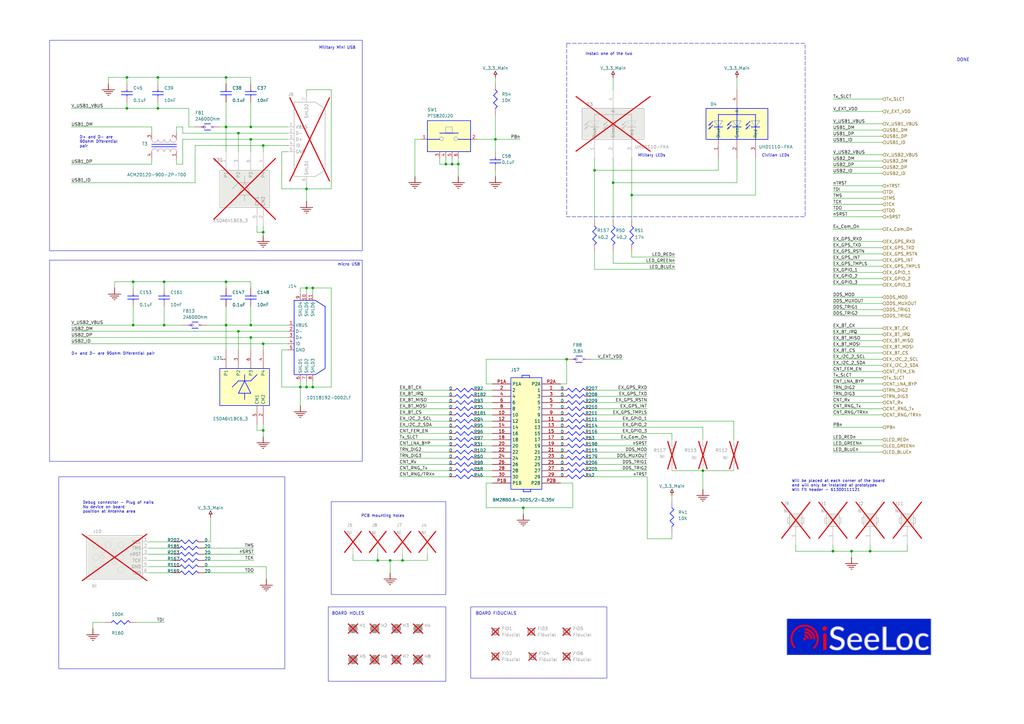
<source format=kicad_sch>
(kicad_sch (version 20231120) (generator "eeschema") (generator_version "8.0")
  (paper "A3")
  (junction (at 92.71 31.75))
  (junction (at 203.2 57.15))
  (junction (at 67.31 115.57))
  (junction (at 107.95 95.25))
  (junction (at 107.95 176.53))
  (junction (at 54.61 115.57))
  (junction (at 154.94 229.87))
  (junction (at 92.71 52.07))
  (junction (at 97.79 54.61))
  (junction (at 64.77 44.45))
  (junction (at 356.87 226.06))
  (junction (at 97.79 135.89))
  (junction (at 67.31 133.35))
  (junction (at 102.87 52.07))
  (junction (at 128.27 158.75))
  (junction (at 123.19 158.75))
  (junction (at 54.61 133.35))
  (junction (at 107.95 140.97))
  (junction (at 341.63 226.06))
  (junction (at 64.77 31.75))
  (junction (at 214.63 208.28))
  (junction (at 102.87 138.43))
  (junction (at 251.46 74.93))
  (junction (at 128.27 118.11))
  (junction (at 52.07 44.45))
  (junction (at 349.25 226.06))
  (junction (at 52.07 31.75))
  (junction (at 165.1 229.87))
  (junction (at 125.73 77.47))
  (junction (at 102.87 57.15))
  (junction (at 125.73 158.75))
  (junction (at 125.73 118.11))
  (junction (at 185.42 67.31))
  (junction (at 92.71 115.57))
  (junction (at 288.29 193.04))
  (junction (at 102.87 133.35))
  (junction (at 243.84 69.85))
  (junction (at 92.71 133.35))
  (junction (at 259.08 80.01))
  (junction (at 182.88 67.31))
  (junction (at 107.95 59.69))
  (junction (at 232.41 147.32))
  (junction (at 160.02 229.87))
  (junction (at 187.96 67.31))
  (wire (pts (xy 259.08 105.41) (xy 259.08 102.87)))
  (wire (pts (xy 251.46 36.83) (xy 251.46 31.75)))
  (wire (pts (xy 361.95 93.98) (xy 341.63 93.98)))
  (wire (pts (xy 55.88 255.27) (xy 67.31 255.27)))
  (wire (pts (xy 86.36 222.25) (xy 83.82 222.25)))
  (wire (pts (xy 102.87 133.35) (xy 102.87 125.73)))
  (wire (pts (xy 199.39 198.12) (xy 199.39 208.28)))
  (wire (pts (xy 361.95 40.64) (xy 341.63 40.64)))
  (wire (pts (xy 302.26 36.83) (xy 302.26 31.75)))
  (wire (pts (xy 170.18 57.15) (xy 170.18 72.39)))
  (wire (pts (xy 29.21 74.93) (xy 80.01 74.93)))
  (wire (pts (xy 326.39 226.06) (xy 326.39 223.52)))
  (wire (pts (xy 361.95 157.48) (xy 341.63 157.48)))
  (wire (pts (xy 29.21 140.97) (xy 107.95 140.97)))
  (wire (pts (xy 72.39 64.77) (xy 72.39 67.31)))
  (wire (pts (xy 29.21 44.45) (xy 52.07 44.45)))
  (wire (pts (xy 361.95 165.1) (xy 341.63 165.1)))
  (wire (pts (xy 309.88 64.77) (xy 309.88 80.01)))
  (wire (pts (xy 242.57 185.42) (xy 265.43 185.42)))
  (wire (pts (xy 201.93 187.96) (xy 196.85 187.96)))
  (wire (pts (xy 361.95 185.42) (xy 341.63 185.42)))
  (wire (pts (xy 172.72 57.15) (xy 170.18 57.15)))
  (wire (pts (xy 356.87 226.06) (xy 372.11 226.06)))
  (wire (pts (xy 85.09 133.35) (xy 92.71 133.35)))
  (wire (pts (xy 175.26 229.87) (xy 175.26 227.33)))
  (wire (pts (xy 38.1 255.27) (xy 38.1 257.81)))
  (wire (pts (xy 86.36 212.09) (xy 86.36 222.25)))
  (wire (pts (xy 361.95 182.88) (xy 341.63 182.88)))
  (wire (pts (xy 180.34 64.77) (xy 180.34 67.31)))
  (wire (pts (xy 123.19 166.37) (xy 123.19 158.75)))
  (wire (pts (xy 361.95 88.9) (xy 341.63 88.9)))
  (wire (pts (xy 60.96 222.25) (xy 71.12 222.25)))
  (wire (pts (xy 135.89 77.47) (xy 125.73 77.47)))
  (wire (pts (xy 83.82 232.41) (xy 109.22 232.41)))
  (wire (pts (xy 302.26 64.77) (xy 302.26 74.93)))
  (wire (pts (xy 242.57 180.34) (xy 265.43 180.34)))
  (wire (pts (xy 107.95 176.53) (xy 105.41 176.53)))
  (wire (pts (xy 300.99 180.34) (xy 300.99 172.72)))
  (wire (pts (xy 72.39 54.61) (xy 72.39 52.07)))
  (wire (pts (xy 67.31 133.35) (xy 74.93 133.35)))
  (wire (pts (xy 92.71 31.75) (xy 92.71 34.29)))
  (wire (pts (xy 361.95 154.94) (xy 341.63 154.94)))
  (wire (pts (xy 361.95 63.5) (xy 341.63 63.5)))
  (wire (pts (xy 361.95 139.7) (xy 341.63 139.7)))
  (wire (pts (xy 201.93 165.1) (xy 196.85 165.1)))
  (wire (pts (xy 201.93 162.56) (xy 196.85 162.56)))
  (wire (pts (xy 92.71 143.51) (xy 92.71 133.35)))
  (wire (pts (xy 62.23 54.61) (xy 62.23 52.07)))
  (wire (pts (xy 372.11 226.06) (xy 372.11 223.52)))
  (wire (pts (xy 265.43 220.98) (xy 265.43 195.58)))
  (wire (pts (xy 102.87 62.23) (xy 102.87 57.15)))
  (wire (pts (xy 361.95 149.86) (xy 341.63 149.86)))
  (wire (pts (xy 102.87 133.35) (xy 118.11 133.35)))
  (wire (pts (xy 243.84 69.85) (xy 243.84 64.77)))
  (wire (pts (xy 361.95 58.42) (xy 341.63 58.42)))
  (wire (pts (xy 184.15 167.64) (xy 163.83 167.64)))
  (wire (pts (xy 184.15 162.56) (xy 163.83 162.56)))
  (wire (pts (xy 62.23 64.77) (xy 62.23 67.31)))
  (wire (pts (xy 243.84 110.49) (xy 276.86 110.49)))
  (wire (pts (xy 361.95 53.34) (xy 341.63 53.34)))
  (wire (pts (xy 361.95 104.14) (xy 341.63 104.14)))
  (wire (pts (xy 83.82 234.95) (xy 104.14 234.95)))
  (wire (pts (xy 184.15 170.18) (xy 163.83 170.18)))
  (wire (pts (xy 184.15 165.1) (xy 163.83 165.1)))
  (wire (pts (xy 97.79 143.51) (xy 97.79 135.89)))
  (wire (pts (xy 92.71 41.91) (xy 92.71 52.07)))
  (wire (pts (xy 203.2 34.29) (xy 203.2 31.75)))
  (wire (pts (xy 349.25 226.06) (xy 341.63 226.06)))
  (wire (pts (xy 361.95 127) (xy 341.63 127)))
  (wire (pts (xy 361.95 170.18) (xy 341.63 170.18)))
  (wire (pts (xy 154.94 229.87) (xy 144.78 229.87)))
  (wire (pts (xy 361.95 129.54) (xy 341.63 129.54)))
  (wire (pts (xy 361.95 180.34) (xy 341.63 180.34)))
  (wire (pts (xy 361.95 121.92) (xy 341.63 121.92)))
  (wire (pts (xy 201.93 175.26) (xy 196.85 175.26)))
  (wire (pts (xy 67.31 118.11) (xy 67.31 115.57)))
  (wire (pts (xy 144.78 229.87) (xy 144.78 227.33)))
  (wire (pts (xy 201.93 180.34) (xy 196.85 180.34)))
  (wire (pts (xy 361.95 142.24) (xy 341.63 142.24)))
  (wire (pts (xy 107.95 179.07) (xy 107.95 176.53)))
  (wire (pts (xy 242.57 160.02) (xy 265.43 160.02)))
  (wire (pts (xy 135.89 36.83) (xy 135.89 77.47)))
  (wire (pts (xy 341.63 223.52) (xy 341.63 226.06)))
  (wire (pts (xy 201.93 170.18) (xy 196.85 170.18)))
  (wire (pts (xy 97.79 135.89) (xy 118.11 135.89)))
  (wire (pts (xy 242.57 187.96) (xy 265.43 187.96)))
  (wire (pts (xy 52.07 31.75) (xy 64.77 31.75)))
  (wire (pts (xy 201.93 182.88) (xy 196.85 182.88)))
  (wire (pts (xy 46.99 118.11) (xy 46.99 115.57)))
  (wire (pts (xy 361.95 162.56) (xy 341.63 162.56)))
  (wire (pts (xy 60.96 229.87) (xy 71.12 229.87)))
  (wire (pts (xy 107.95 140.97) (xy 118.11 140.97)))
  (wire (pts (xy 201.93 195.58) (xy 196.85 195.58)))
  (wire (pts (xy 62.23 52.07) (xy 29.21 52.07)))
  (wire (pts (xy 187.96 67.31) (xy 187.96 64.77)))
  (wire (pts (xy 259.08 105.41) (xy 276.86 105.41)))
  (wire (pts (xy 361.95 45.72) (xy 341.63 45.72)))
  (wire (pts (xy 54.61 118.11) (xy 54.61 115.57)))
  (wire (pts (xy 123.19 120.65) (xy 123.19 118.11)))
  (wire (pts (xy 125.73 118.11) (xy 128.27 118.11)))
  (wire (pts (xy 201.93 160.02) (xy 196.85 160.02)))
  (wire (pts (xy 361.95 81.28) (xy 341.63 81.28)))
  (wire (pts (xy 232.41 157.48) (xy 229.87 157.48)))
  (wire (pts (xy 184.15 187.96) (xy 163.83 187.96)))
  (wire (pts (xy 195.58 57.15) (xy 203.2 57.15)))
  (wire (pts (xy 83.82 227.33) (xy 104.14 227.33)))
  (wire (pts (xy 54.61 133.35) (xy 67.31 133.35)))
  (wire (pts (xy 199.39 147.32) (xy 232.41 147.32)))
  (wire (pts (xy 201.93 190.5) (xy 196.85 190.5)))
  (wire (pts (xy 201.93 185.42) (xy 196.85 185.42)))
  (wire (pts (xy 165.1 229.87) (xy 175.26 229.87)))
  (wire (pts (xy 125.73 77.47) (xy 115.57 77.47)))
  (wire (pts (xy 203.2 62.23) (xy 203.2 57.15)))
  (wire (pts (xy 107.95 62.23) (xy 107.95 59.69)))
  (wire (pts (xy 29.21 138.43) (xy 102.87 138.43)))
  (wire (pts (xy 123.19 158.75) (xy 123.19 156.21)))
  (wire (pts (xy 203.2 46.99) (xy 203.2 57.15)))
  (wire (pts (xy 201.93 172.72) (xy 196.85 172.72)))
  (wire (pts (xy 361.95 160.02) (xy 341.63 160.02)))
  (wire (pts (xy 125.73 39.37) (xy 125.73 36.83)))
  (wire (pts (xy 242.57 165.1) (xy 265.43 165.1)))
  (wire (pts (xy 115.57 77.47) (xy 115.57 62.23)))
  (wire (pts (xy 52.07 41.91) (xy 52.07 44.45)))
  (wire (pts (xy 83.82 224.79) (xy 104.14 224.79)))
  (wire (pts (xy 54.61 115.57) (xy 67.31 115.57)))
  (wire (pts (xy 64.77 41.91) (xy 64.77 44.45)))
  (wire (pts (xy 92.71 62.23) (xy 92.71 52.07)))
  (wire (pts (xy 92.71 118.11) (xy 92.71 115.57)))
  (wire (pts (xy 234.95 198.12) (xy 229.87 198.12)))
  (wire (pts (xy 74.93 52.07) (xy 74.93 54.61)))
  (wire (pts (xy 90.17 52.07) (xy 92.71 52.07)))
  (wire (pts (xy 184.15 175.26) (xy 163.83 175.26)))
  (wire (pts (xy 43.18 255.27) (xy 38.1 255.27)))
  (wire (pts (xy 102.87 138.43) (xy 118.11 138.43)))
  (wire (pts (xy 83.82 229.87) (xy 104.14 229.87)))
  (wire (pts (xy 154.94 229.87) (xy 154.94 227.33)))
  (wire (pts (xy 361.95 111.76) (xy 341.63 111.76)))
  (wire (pts (xy 361.95 101.6) (xy 341.63 101.6)))
  (wire (pts (xy 123.19 118.11) (xy 125.73 118.11)))
  (wire (pts (xy 64.77 31.75) (xy 92.71 31.75)))
  (wire (pts (xy 184.15 190.5) (xy 163.83 190.5)))
  (wire (pts (xy 62.23 67.31) (xy 29.21 67.31)))
  (wire (pts (xy 361.95 116.84) (xy 341.63 116.84)))
  (wire (pts (xy 128.27 120.65) (xy 128.27 118.11)))
  (wire (pts (xy 92.71 31.75) (xy 102.87 31.75)))
  (wire (pts (xy 361.95 114.3) (xy 341.63 114.3)))
  (wire (pts (xy 361.95 137.16) (xy 341.63 137.16)))
  (wire (pts (xy 184.15 182.88) (xy 163.83 182.88)))
  (wire (pts (xy 97.79 54.61) (xy 118.11 54.61)))
  (wire (pts (xy 60.96 234.95) (xy 71.12 234.95)))
  (wire (pts (xy 74.93 67.31) (xy 74.93 57.15)))
  (wire (pts (xy 243.84 90.17) (xy 243.84 69.85)))
  (wire (pts (xy 294.64 64.77) (xy 294.64 69.85)))
  (wire (pts (xy 361.95 78.74) (xy 341.63 78.74)))
  (wire (pts (xy 29.21 135.89) (xy 97.79 135.89)))
  (wire (pts (xy 74.93 54.61) (xy 97.79 54.61)))
  (wire (pts (xy 259.08 90.17) (xy 259.08 80.01)))
  (wire (pts (xy 60.96 232.41) (xy 71.12 232.41)))
  (wire (pts (xy 203.2 57.15) (xy 213.36 57.15)))
  (wire (pts (xy 160.02 234.95) (xy 160.02 229.87)))
  (wire (pts (xy 201.93 177.8) (xy 196.85 177.8)))
  (wire (pts (xy 361.95 167.64) (xy 341.63 167.64)))
  (wire (pts (xy 125.73 158.75) (xy 125.73 156.21)))
  (wire (pts (xy 361.95 106.68) (xy 341.63 106.68)))
  (wire (pts (xy 107.95 176.53) (xy 107.95 173.99)))
  (wire (pts (xy 341.63 226.06) (xy 326.39 226.06)))
  (wire (pts (xy 361.95 50.8) (xy 341.63 50.8)))
  (wire (pts (xy 201.93 198.12) (xy 199.39 198.12)))
  (wire (pts (xy 242.57 177.8) (xy 275.59 177.8)))
  (wire (pts (xy 107.95 143.51) (xy 107.95 140.97)))
  (wire (pts (xy 182.88 67.31) (xy 185.42 67.31)))
  (wire (pts (xy 201.93 157.48) (xy 199.39 157.48)))
  (wire (pts (xy 185.42 64.77) (xy 185.42 67.31)))
  (wire (pts (xy 182.88 64.77) (xy 182.88 67.31)))
  (wire (pts (xy 361.95 144.78) (xy 341.63 144.78)))
  (wire (pts (xy 184.15 193.04) (xy 163.83 193.04)))
  (wire (pts (xy 309.88 80.01) (xy 259.08 80.01)))
  (wire (pts (xy 242.57 167.64) (xy 265.43 167.64)))
  (wire (pts (xy 125.73 82.55) (xy 125.73 77.47)))
  (wire (pts (xy 361.95 152.4) (xy 341.63 152.4)))
  (wire (pts (xy 77.47 44.45) (xy 77.47 52.07)))
  (wire (pts (xy 356.87 226.06) (xy 349.25 226.06)))
  (wire (pts (xy 44.45 34.29) (xy 44.45 31.75)))
  (wire (pts (xy 180.34 67.31) (xy 182.88 67.31)))
  (wire (pts (xy 251.46 90.17) (xy 251.46 74.93)))
  (wire (pts (xy 361.95 175.26) (xy 341.63 175.26)))
  (wire (pts (xy 72.39 52.07) (xy 74.93 52.07)))
  (wire (pts (xy 275.59 180.34) (xy 275.59 177.8)))
  (wire (pts (xy 184.15 180.34) (xy 163.83 180.34)))
  (wire (pts (xy 52.07 34.29) (xy 52.07 31.75)))
  (wire (pts (xy 92.71 115.57) (xy 102.87 115.57)))
  (wire (pts (xy 242.57 182.88) (xy 265.43 182.88)))
  (wire (pts (xy 201.93 167.64) (xy 196.85 167.64)))
  (wire (pts (xy 123.19 158.75) (xy 115.57 158.75)))
  (wire (pts (xy 67.31 133.35) (xy 67.31 125.73)))
  (wire (pts (xy 102.87 57.15) (xy 118.11 57.15)))
  (wire (pts (xy 361.95 68.58) (xy 341.63 68.58)))
  (wire (pts (xy 80.01 59.69) (xy 107.95 59.69)))
  (wire (pts (xy 107.95 95.25) (xy 105.41 95.25)))
  (wire (pts (xy 234.95 208.28) (xy 234.95 198.12)))
  (wire (pts (xy 60.96 224.79) (xy 71.12 224.79)))
  (wire (pts (xy 74.93 57.15) (xy 102.87 57.15)))
  (wire (pts (xy 275.59 193.04) (xy 288.29 193.04)))
  (wire (pts (xy 29.21 133.35) (xy 54.61 133.35)))
  (wire (pts (xy 214.63 210.82) (xy 214.63 208.28)))
  (wire (pts (xy 125.73 158.75) (xy 123.19 158.75)))
  (wire (pts (xy 107.95 96.52) (xy 107.95 95.25)))
  (wire (pts (xy 361.95 134.62) (xy 341.63 134.62)))
  (wire (pts (xy 102.87 143.51) (xy 102.87 138.43)))
  (wire (pts (xy 60.96 227.33) (xy 71.12 227.33)))
  (wire (pts (xy 203.2 72.39) (xy 203.2 69.85)))
  (wire (pts (xy 361.95 55.88) (xy 341.63 55.88)))
  (wire (pts (xy 67.31 115.57) (xy 92.71 115.57)))
  (wire (pts (xy 92.71 52.07) (xy 102.87 52.07)))
  (wire (pts (xy 125.73 36.83) (xy 135.89 36.83)))
  (wire (pts (xy 102.87 41.91) (xy 102.87 52.07)))
  (wire (pts (xy 102.87 31.75) (xy 102.87 34.29)))
  (wire (pts (xy 294.64 69.85) (xy 243.84 69.85)))
  (wire (pts (xy 125.73 74.93) (xy 125.73 77.47)))
  (wire (pts (xy 135.89 158.75) (xy 128.27 158.75)))
  (wire (pts (xy 80.01 74.93) (xy 80.01 59.69)))
  (wire (pts (xy 72.39 67.31) (xy 74.93 67.31)))
  (wire (pts (xy 184.15 172.72) (xy 163.83 172.72)))
  (wire (pts (xy 288.29 193.04) (xy 300.99 193.04)))
  (wire (pts (xy 128.27 158.75) (xy 128.27 156.21)))
  (wire (pts (xy 199.39 208.28) (xy 214.63 208.28)))
  (wire (pts (xy 361.95 124.46) (xy 341.63 124.46)))
  (wire (pts (xy 243.84 110.49) (xy 243.84 102.87)))
  (wire (pts (xy 361.95 71.12) (xy 341.63 71.12)))
  (wire (pts (xy 259.08 80.01) (xy 259.08 64.77)))
  (wire (pts (xy 199.39 157.48) (xy 199.39 147.32)))
  (wire (pts (xy 275.59 205.74) (xy 275.59 203.2)))
  (wire (pts (xy 242.57 195.58) (xy 265.43 195.58)))
  (wire (pts (xy 185.42 67.31) (xy 187.96 67.31)))
  (wire (pts (xy 242.57 147.32) (xy 255.27 147.32)))
  (wire (pts (xy 184.15 160.02) (xy 163.83 160.02)))
  (wire (pts (xy 349.25 228.6) (xy 349.25 226.06)))
  (wire (pts (xy 356.87 223.52) (xy 356.87 226.06)))
  (wire (pts (xy 165.1 229.87) (xy 160.02 229.87)))
  (wire (pts (xy 275.59 218.44) (xy 275.59 220.98)))
  (wire (pts (xy 115.57 143.51) (xy 118.11 143.51)))
  (wire (pts (xy 92.71 133.35) (xy 102.87 133.35)))
  (wire (pts (xy 361.95 109.22) (xy 341.63 109.22)))
  (wire (pts (xy 184.15 195.58) (xy 163.83 195.58)))
  (wire (pts (xy 135.89 118.11) (xy 135.89 158.75)))
  (wire (pts (xy 54.61 133.35) (xy 54.61 125.73)))
  (wire (pts (xy 361.95 66.04) (xy 341.63 66.04)))
  (wire (pts (xy 44.45 31.75) (xy 52.07 31.75)))
  (wire (pts (xy 109.22 232.41) (xy 109.22 237.49)))
  (wire (pts (xy 105.41 95.25) (xy 105.41 92.71)))
  (wire (pts (xy 52.07 44.45) (xy 64.77 44.45)))
  (wire (pts (xy 361.95 83.82) (xy 341.63 83.82)))
  (wire (pts (xy 165.1 227.33) (xy 165.1 229.87)))
  (wire (pts (xy 242.57 172.72) (xy 300.99 172.72)))
  (wire (pts (xy 115.57 158.75) (xy 115.57 143.51)))
  (wire (pts (xy 107.95 95.25) (xy 107.95 92.71)))
  (wire (pts (xy 242.57 190.5) (xy 265.43 190.5)))
  (wire (pts (xy 242.57 162.56) (xy 265.43 162.56)))
  (wire (pts (xy 302.26 74.93) (xy 251.46 74.93)))
  (wire (pts (xy 201.93 193.04) (xy 196.85 193.04)))
  (wire (pts (xy 251.46 107.95) (xy 251.46 102.87)))
  (wire (pts (xy 184.15 185.42) (xy 163.83 185.42)))
  (wire (pts (xy 361.95 86.36) (xy 341.63 86.36)))
  (wire (pts (xy 102.87 115.57) (xy 102.87 118.11)))
  (wire (pts (xy 214.63 208.28) (xy 234.95 208.28)))
  (wire (pts (xy 115.57 62.23) (xy 118.11 62.23)))
  (wire (pts (xy 105.41 176.53) (xy 105.41 173.99)))
  (wire (pts (xy 128.27 158.75) (xy 125.73 158.75)))
  (wire (pts (xy 107.95 59.69) (xy 118.11 59.69)))
  (wire (pts (xy 184.15 177.8) (xy 163.83 177.8)))
  (wire (pts (xy 251.46 74.93) (xy 251.46 64.77)))
  (wire (pts (xy 187.96 72.39) (xy 187.96 67.31)))
  (wire (pts (xy 64.77 34.29) (xy 64.77 31.75)))
  (wire (pts (xy 97.79 62.23) (xy 97.79 54.61)))
  (wire (pts (xy 251.46 107.95) (xy 276.86 107.95)))
  (wire (pts (xy 361.95 147.32) (xy 341.63 147.32)))
  (wire (pts (xy 77.47 52.07) (xy 80.01 52.07)))
  (wire (pts (xy 288.29 200.66) (xy 288.29 193.04)))
  (wire (pts (xy 160.02 229.87) (xy 154.94 229.87)))
  (wire (pts (xy 242.57 193.04) (xy 265.43 193.04)))
  (wire (pts (xy 288.29 180.34) (xy 288.29 175.26)))
  (wire (pts (xy 128.27 118.11) (xy 135.89 118.11)))
  (wire (pts (xy 102.87 52.07) (xy 118.11 52.07)))
  (wire (pts (xy 92.71 125.73) (xy 92.71 133.35)))
  (wire (pts (xy 361.95 76.2) (xy 341.63 76.2)))
  (wire (pts (xy 242.57 170.18) (xy 265.43 170.18)))
  (wire (pts (xy 361.95 99.06) (xy 341.63 99.06)))
  (wire (pts (xy 46.99 115.57) (xy 54.61 115.57)))
  (wire (pts (xy 275.59 220.98) (xy 265.43 220.98)))
  (wire (pts (xy 232.41 147.32) (xy 232.41 157.48)))
  (wire (pts (xy 242.57 175.26) (xy 288.29 175.26)))
  (wire (pts (xy 125.73 120.65) (xy 125.73 118.11)))
  (wire (pts (xy 64.77 44.45) (xy 77.47 44.45)))
  (rectangle (start 24.13 195.58) (end 116.84 274.32))
  (rectangle (start 232.41 17.78) (end 330.2 88.9) (stroke (width 0) (type dash)))
  (rectangle (start 20.32 16.51) (end 148.59 102.87))
  (rectangle (start 20.32 106.68) (end 148.59 189.23))
  (rectangle (start 193.04 248.92) (end 248.92 278.13))
  (rectangle (start 134.62 248.92) (end 182.88 279.4))
  (rectangle (start 135.89 205.74) (end 182.88 243.84))
  (image (at 352.298 261.039) (scale 3.98791))
  (text_box "D+ and D- are\n90ohm Diferential\npair" (at 53.848 54.61 0) (size -22.098 6.858) (stroke (width -0.0001) (color 0 0 0 1)) (effects (font (size 1.143 1.143)) (justify left top)))
  (text_box "Will be placed at each corner of the board\nand will only be installed at prototypes\nWill Fit header - 61300111121" (at 377.698 195.58 0) (size -53.848 6.858) (stroke (width -0.0001) (color 0 0 0 1)) (effects (font (size 1.143 1.143)) (justify left top)))
  (text_box "Debug connector - Plug of nails\nNo device on board\nposition at Antenna area" (at 72.898 204.47 0) (size -39.878 6.858) (stroke (width -0.0001) (color 0 0 0 1)) (effects (font (size 1.143 1.143)) (justify left top)))
  (text "BOARD HOLES" (at 142.748 251.714 0) (effects (font (size 1.27 1.27))))
  (text "PCB mounting holes" (at 148.082 212.344 0) (effects (font (size 1.143 1.143)) (justify left bottom)))
  (text "DONE" (at 392.43 25.4 0) (effects (font (size 1.27 1.27)) (justify left bottom)))
  (text "Military LEDs" (at 261.62 64.516 0) (effects (font (size 1.143 1.143)) (justify left bottom)))
  (text "Install one of the two" (at 240.03 22.86 0) (effects (font (size 1.143 1.143)) (justify left bottom)))
  (text "Civilian LEDs" (at 312.42 64.516 0) (effects (font (size 1.143 1.143)) (justify left bottom)))
  (text "micro USB" (at 138.43 109.22 0) (effects (font (size 1.143 1.143)) (justify left bottom)))
  (text "Military Mini USB" (at 130.81 20.32 0) (effects (font (size 1.143 1.143)) (justify left bottom)))
  (text "D+ and D- are 90ohm Diferential pair" (at 29.21 145.796 0) (effects (font (size 1.143 1.143)) (justify left bottom)))
  (text "BOARD FIDUCIALS" (at 203.454 251.714 0) (effects (font (size 1.27 1.27))))
  (label "CNT_LNA_BYP" (at 341.63 157.48 0))
  (label "EX_GPIO_2" (at 265.43 175.26 180))
  (label "TRN_DIG2" (at 163.83 185.42 0))
  (label "nSRST" (at 104.14 227.33 180))
  (label "USB2_ID" (at 341.63 71.12 0))
  (label "TRN_DIG2" (at 341.63 160.02 0))
  (label "USB1_DM" (at 341.63 53.34 0))
  (label "DDS_TRIG2" (at 265.43 193.04 180))
  (label "EX_GPIO_2" (at 341.63 114.3 0))
  (label "TDI" (at 67.31 255.27 180))
  (label "EX_GPS_TXD" (at 265.43 162.56 180))
  (label "TMS" (at 341.63 81.28 0))
  (label "V_USB1_VBUS" (at 29.21 44.45 0))
  (label "EX_BT_CS" (at 341.63 144.78 0))
  (label "Tx_SLCT" (at 163.83 180.34 0))
  (label "DDS_MOD" (at 341.63 121.92 0))
  (label "DDS_TRIG2" (at 341.63 129.54 0))
  (label "CNT_LNA_BYP" (at 163.83 182.88 0))
  (label "EX_BT_MOSI" (at 163.83 167.64 0))
  (label "USB2_DM" (at 29.21 135.89 0))
  (label "EX_I2C_2_SCL" (at 163.83 172.72 0))
  (label "EX_BT_CS" (at 163.83 170.18 0))
  (label "CNT_Rx" (at 341.63 165.1 0))
  (label "EX_GPS_RXD" (at 341.63 99.06 0))
  (label "USB1_ID" (at 29.21 74.93 0))
  (label "V_EXT_VDD" (at 341.63 45.72 0))
  (label "EX_BT_MOSI" (at 341.63 142.24 0))
  (label "PBn" (at 213.36 57.15 180))
  (label "EX_GPS_RSTN" (at 265.43 165.1 180))
  (label "EX_GPIO_1" (at 341.63 111.76 0))
  (label "LED_GREENn" (at 276.86 107.95 180))
  (label "Tx_SLCT" (at 341.63 40.64 0))
  (label "EX_GPIO_1" (at 265.43 172.72 180))
  (label "CNT_RNG_Tx" (at 341.63 167.64 0))
  (label "EX_GPS_RXD" (at 265.43 160.02 180))
  (label "EX_BT_MISO" (at 341.63 139.7 0))
  (label "CNT_Rx" (at 163.83 190.5 0))
  (label "USB2_DM" (at 341.63 66.04 0))
  (label "EX_GPS_INT" (at 341.63 106.68 0))
  (label "V_USB1_VBUS" (at 341.63 50.8 0))
  (label "DDS_MUXOUT" (at 341.63 124.46 0))
  (label "USB2_ID" (at 29.21 140.97 0))
  (label "USB1_DM" (at 29.21 52.07 0))
  (label "LED_REDn" (at 276.86 105.41 180))
  (label "USB2_DP" (at 341.63 68.58 0))
  (label "USB2_DP" (at 29.21 138.43 0))
  (label "LED_REDn" (at 341.63 180.34 0))
  (label "CNT_RNG_Tx" (at 163.83 193.04 0))
  (label "EX_BT_CK" (at 341.63 134.62 0))
  (label "nSRST" (at 341.63 88.9 0))
  (label "EX_BT_IRQ" (at 341.63 137.16 0))
  (label "V_USB2_VBUS" (at 29.21 133.35 0))
  (label "EX_BT_MISO" (at 163.83 165.1 0))
  (label "EX_BT_IRQ" (at 163.83 162.56 0))
  (label "nSRST" (at 265.43 182.88 180))
  (label "TCK" (at 341.63 83.82 0))
  (label "V_USB2_VBUS" (at 341.63 63.5 0))
  (label "EX_GPS_RSTN" (at 341.63 104.14 0))
  (label "EX_GPIO_3" (at 341.63 116.84 0))
  (label "TCK" (at 104.14 229.87 180))
  (label "TDO" (at 341.63 86.36 0))
  (label "CNT_RNG/TRXn" (at 163.83 195.58 0))
  (label "TRN_DIG3" (at 341.63 162.56 0))
  (label "CNT_FEM_EN" (at 341.63 152.4 0))
  (label "EX_I2C_2_SDA" (at 341.63 149.86 0))
  (label "TRN_DIG3" (at 163.83 187.96 0))
  (label "DDS_TRIG1" (at 265.43 190.5 180))
  (label "CNT_RNG/TRXn" (at 341.63 170.18 0))
  (label "V_EXT_VDD" (at 255.27 147.32 180))
  (label "EX_GPS_TMPLS" (at 265.43 170.18 180))
  (label "USB1_ID" (at 341.63 58.42 0))
  (label "EX_GPS_TMPLS" (at 341.63 109.22 0))
  (label "nTRST" (at 341.63 76.2 0))
  (label "LED_BLUEn" (at 276.86 110.49 180))
  (label "EX_I2C_2_SCL" (at 341.63 147.32 0))
  (label "LED_BLUEn" (at 341.63 185.42 0))
  (label "CNT_FEM_EN" (at 163.83 177.8 0))
  (label "EX_GPS_TXD" (at 341.63 101.6 0))
  (label "nTRST" (at 265.43 195.58 180))
  (label "USB1_DP" (at 341.63 55.88 0))
  (label "Tx_SLCT" (at 341.63 154.94 0))
  (label "TMS" (at 104.14 224.79 180))
  (label "TDO" (at 104.14 234.95 180))
  (label "DDS_MUXOUT" (at 265.43 187.96 180))
  (label "USB1_DP" (at 29.21 67.31 0))
  (label "Ex_Com_On" (at 265.43 180.34 180))
  (label "EX_BT_CK" (at 163.83 160.02 0))
  (label "EX_I2C_2_SDA" (at 163.83 175.26 0))
  (label "EX_GPS_INT" (at 265.43 167.64 180))
  (label "LED_GREENn" (at 341.63 182.88 0))
  (label "Ex_Com_On" (at 341.63 93.98 0))
  (label "EX_GPIO_3" (at 265.43 177.8 180))
  (label "DDS_TRIG1" (at 341.63 127 0))
  (label "TDI" (at 341.63 78.74 0))
  (label "PBn" (at 341.63 175.26 0))
  (label "DDS_MOD" (at 265.43 185.42 180))
  (hierarchical_label "EX_BT_MISO" (shape input) (at 361.95 139.7 0))
  (hierarchical_label "LED_GREENn" (shape input) (at 361.95 182.88 0))
  (hierarchical_label "EX_I2C_2_SDA" (shape input) (at 361.95 149.86 0))
  (hierarchical_label "CNT_RNG/TRXn" (shape input) (at 361.95 170.18 0))
  (hierarchical_label "V_USB2_VBUS" (shape input) (at 361.95 63.5 0))
  (hierarchical_label "USB1_DM" (shape input) (at 361.95 53.34 0))
  (hierarchical_label "EX_BT_CK" (shape input) (at 361.95 134.62 0))
  (hierarchical_label "EX_GPS_INT" (shape input) (at 361.95 106.68 0))
  (hierarchical_label "CNT_LNA_BYP" (shape input) (at 361.95 157.48 0))
  (hierarchical_label "Tx_SLCT" (shape input) (at 361.95 40.64 0))
  (hierarchical_label "EX_BT_MOSI" (shape input) (at 361.95 142.24 0))
  (hierarchical_label "V_EXT_VDD" (shape input) (at 361.95 45.72 0))
  (hierarchical_label "EX_BT_CS" (shape input) (at 361.95 144.78 0))
  (hierarchical_label "LED_REDn" (shape input) (at 361.95 180.34 0))
  (hierarchical_label "USB1_ID" (shape input) (at 361.95 58.42 0))
  (hierarchical_label "TMS" (shape input) (at 361.95 81.28 0))
  (hierarchical_label "CNT_Rx" (shape input) (at 361.95 165.1 0))
  (hierarchical_label "V_USB1_VBUS" (shape input) (at 361.95 50.8 0))
  (hierarchical_label "EX_BT_IRQ" (shape input) (at 361.95 137.16 0))
  (hierarchical_label "USB2_ID" (shape input) (at 361.95 71.12 0))
  (hierarchical_label "TDI" (shape input) (at 361.95 78.74 0))
  (hierarchical_label "DDS_TRIG1" (shape input) (at 361.95 127 0))
  (hierarchical_label "nSRST" (shape input) (at 361.95 88.9 0))
  (hierarchical_label "EX_GPS_RSTN" (shape input) (at 361.95 104.14 0))
  (hierarchical_label "TRN_DIG3" (shape input) (at 361.95 162.56 0))
  (hierarchical_label "EX_GPIO_1" (shape input) (at 361.95 111.76 0))
  (hierarchical_label "USB1_DP" (shape input) (at 361.95 55.88 0))
  (hierarchical_label "EX_GPS_RXD" (shape input) (at 361.95 99.06 0))
  (hierarchical_label "EX_I2C_2_SCL" (shape input) (at 361.95 147.32 0))
  (hierarchical_label "EX_GPIO_3" (shape input) (at 361.95 116.84 0))
  (hierarchical_label "nTRST" (shape input) (at 361.95 76.2 0))
  (hierarchical_label "EX_GPS_TMPLS" (shape input) (at 361.95 109.22 0))
  (hierarchical_label "Tx_SLCT" (shape input) (at 361.95 154.94 0))
  (hierarchical_label "LED_BLUEn" (shape input) (at 361.95 185.42 0))
  (hierarchical_label "EX_GPS_TXD" (shape input) (at 361.95 101.6 0))
  (hierarchical_label "DDS_TRIG2" (shape input) (at 361.95 129.54 0))
  (hierarchical_label "TRN_DIG2" (shape input) (at 361.95 160.02 0))
  (hierarchical_label "PBn" (shape input) (at 361.95 175.26 0))
  (hierarchical_label "Ex_Com_On" (shape input) (at 361.95 93.98 0))
  (hierarchical_label "USB2_DM" (shape input) (at 361.95 66.04 0))
  (hierarchical_label "DDS_MOD" (shape input) (at 361.95 121.92 0))
  (hierarchical_label "CNT_FEM_EN" (shape input) (at 361.95 152.4 0))
  (hierarchical_label "TCK" (shape input) (at 361.95 83.82 0))
  (hierarchical_label "USB2_DP" (shape input) (at 361.95 68.58 0))
  (hierarchical_label "TDO" (shape input) (at 361.95 86.36 0))
  (hierarchical_label "CNT_RNG_Tx" (shape input) (at 361.95 167.64 0))
  (hierarchical_label "DDS_MUXOUT" (shape input) (at 361.95 124.46 0))
  (hierarchical_label "EX_GPIO_2" (shape input) (at 361.95 114.3 0))
  (symbol (lib_id "TruelocationR3_all_project_symbols:root_2_mirrored_CAP NP") (at 90.17 39.37 0) (unit 1)
    (property "Reference" "C38" (at 95.25 36.83 0) (effects (justify left bottom)))
    (property "Value" "0.1uF" (at 95.25 41.91 0) (effects (justify left bottom)))
    (property "Footprint" "Library:CAP_CHIP_0402_W24L44H24_RFL" (effects (hide yes)))
    (property "Datasheet" "https://mm.digikey.com/Volume0/opasdata/d220001/medias/docus/2715/CL05B104KO5NFNC_Spec.pdf" (effects (hide yes)))
    (property "Description" "CAP CER 0.1UF 16V X7R 0402" (effects (hide yes)))
    (property "MANUFACTURER P/N" "CL05B104KO5NFNC" (effects (hide yes)))
    (property "MANUFACTURER" "SAMSUNG" (effects (hide yes)))
  )
  (symbol (lib_id "Mechanical:MountingHole") (at 153.67 270.51 0) (unit 1) (exclude_from_sim yes) (in_bom no) (dnp yes)
    (property "Reference" "H6" (at 156.21 269.2399 0) (effects (justify left)))
    (property "Value" "MountingHole" (effects (hide yes)))
    (property "Footprint" "Library:HOLE_2" (effects (hide yes)))
    (property "Description" "Mounting Hole without connection" (effects (hide yes)))
  )
  (symbol (lib_id "TruelocationR3_all_project_symbols:root_0_FBEAD") (at 82.55 49.53 0) (unit 1)
    (property "Reference" "FB1" (at 80.01 46.99 0) (effects (justify left bottom)))
    (property "Value" "2A600Ohm" (at 80.01 49.53 0) (effects (justify left bottom)))
    (property "Footprint" "Library:CAP_CHIP_0603_W40L70H22_RFL" (effects (hide yes)))
    (property "Datasheet" "https://productfinder.pulseelectronics.com/api/open/part-attachments/datasheet/BBHV00160808601Y00" (effects (hide yes)))
    (property "Description" "FERRITE BEAD 600 OHM 0603 1LN" (effects (hide yes)))
    (property "MANUFACTURER P/N" "BBHV00160808601Y00" (effects (hide yes)))
    (property "MANUFACTURER" "PULSE ELECTRONICS" (effects (hide yes)))
  )
  (symbol (lib_id "TruelocationR3_all_project_symbols:root_1_R") (at 186.69 190.5 0) (unit 1)
    (property "Reference" "R60" (at 194.31 187.96 0) (effects (justify left bottom)))
    (property "Value" "0" (at 184.15 187.96 0) (effects (justify left bottom)))
    (property "Footprint" "Library:CAP_CHIP_0402_W24L44H24_RFL" (effects (hide yes)))
    (property "Datasheet" "https://www.te.com/commerce/DocumentDelivery/DDEController?Action=srchrtrv&DocNm=1773204&DocType=DS&DocLang=English" (effects (hide yes)))
    (property "Description" "RES SMD 0 OHM JUMPER 1/16W 0402" (effects (hide yes)))
    (property "MANUFACTURER P/N" "CRG0402ZR" (effects (hide yes)))
    (property "MANUFACTURER" "TE CONNECTIVITY" (effects (hide yes)))
  )
  (symbol (lib_id "TruelocationR3_all_project_symbols:root_0_ESDA6V1BC6_3") (at 90.17 151.13 0) (unit 1)
    (property "Reference" "U31" (at 87.376 147.574 0) (effects (justify left bottom)))
    (property "Value" "ESDA6V1BC6_3" (at 87.376 172.466 0) (effects (justify left bottom)))
    (property "Footprint" "Library:IC_SOT-23_6PIN" (effects (hide yes)))
    (property "Datasheet" "https://www.st.com/content/ccc/resource/technical/document/datasheet/21/07/21/e3/a8/df/42/a2/CD00001906.pdf/files/CD00001906.pdf/jcr:content/translations/en.CD00001906.pdf" (effects (hide yes)))
    (property "Description" "TVS DIODE 5VWM SOT23-6" (effects (hide yes)))
    (property "MANUFACTURER P/N" "ESDA6V1BC6" (effects (hide yes)))
    (property "MANUFACTURER" "ST" (effects (hide yes)))
  )
  (symbol (lib_id "TruelocationR3_all_project_symbols:root_1_R") (at 232.41 195.58 0) (unit 1)
    (property "Reference" "R205" (at 240.03 193.04 0) (effects (justify left bottom)))
    (property "Value" "0" (at 229.87 193.04 0) (effects (justify left bottom)))
    (property "Footprint" "Library:CAP_CHIP_0402_W24L44H24_RFL" (effects (hide yes)))
    (property "Datasheet" "https://www.te.com/commerce/DocumentDelivery/DDEController?Action=srchrtrv&DocNm=1773204&DocType=DS&DocLang=English" (effects (hide yes)))
    (property "Description" "RES SMD 0 OHM JUMPER 1/16W 0402" (effects (hide yes)))
    (property "MANUFACTURER P/N" "CRG0402ZR" (effects (hide yes)))
    (property "MANUFACTURER" "TE CONNECTIVITY" (effects (hide yes)))
  )
  (symbol (lib_id "TruelocationR3_all_project_symbols:root_0_UHD1110-FKA_0") (at 289.56 44.45 0) (unit 1)
    (property "Reference" "D4" (at 291.338 43.434 0) (effects (justify left bottom)))
    (property "Value" "UHD1110-FKA" (at 311.15 60.96 0) (effects (justify left bottom)))
    (property "Footprint" "Library:LED_CHIP_W1.15L1.15H0.61_4PIN" (effects (hide yes)))
    (property "Datasheet" "https://downloads.cree-led.com/files/ds/h/HB-UHD1110-FKA.pdf" (effects (hide yes)))
    (property "Description" "LED RGB 0404 SMD" (effects (hide yes)))
    (property "MANUFACTURER P/N" "UHD1110-FKA-CL1A13R3Q1BBQFMF3" (effects (hide yes)))
    (property "MANUFACTURER" "CREE" (effects (hide yes)))
  )
  (symbol (lib_id "TruelocationR3_all_project_symbols:root_1_R") (at 73.66 232.41 0) (unit 1)
    (property "Reference" "R167" (at 68.58 229.87 0) (effects (justify left bottom)))
    (property "Value" "20" (at 83.82 229.87 0) (effects (justify left bottom)))
    (property "Footprint" "Library:CAP_CHIP_0402_W24L44H24_RFL" (effects (hide yes)))
    (property "Datasheet" "https://www.seielect.com/catalog/sei-rmcf_rmcp.pdf" (effects (hide yes)))
    (property "Description" "RES 20 OHM 5% 1/16W 0402" (effects (hide yes)))
    (property "MANUFACTURER P/N" "RMCF0402JT20R0" (effects (hide yes)))
    (property "MANUFACTURER" "STACKPOLE" (effects (hide yes)))
  )
  (symbol (lib_id "TruelocationR3_all_project_symbols:root_0_FBEAD") (at 234.95 144.78 0) (unit 1)
    (property "Reference" "FB8" (at 234.95 142.24 0) (effects (justify left bottom)))
    (property "Value" "3.8A" (at 234.95 144.78 0) (effects (justify left bottom)))
    (property "Footprint" "Library:CAP_CHIP_0402_W24L44H24_RFL" (effects (hide yes)))
    (property "Datasheet" "https://www.murata.com/en-us/products/productdata/8796740059166/ENFA0018.pdf" (effects (hide yes)))
    (property "Description" "FERRITE BEAD 20 OHM 0402 1LN" (effects (hide yes)))
    (property "MANUFACTURER P/N" "BLM15KD200SN1D" (effects (hide yes)))
    (property "MANUFACTURER" "MURATA ELECTRONICS" (effects (hide yes)))
  )
  (symbol (lib_id "TruelocationR3_all_project_symbols:root_1_R") (at 232.41 185.42 0) (unit 1)
    (property "Reference" "R198" (at 240.03 182.88 0) (effects (justify left bottom)))
    (property "Value" "0" (at 229.87 182.88 0) (effects (justify left bottom)))
    (property "Footprint" "Library:CAP_CHIP_0402_W24L44H24_RFL" (effects (hide yes)))
    (property "Datasheet" "https://www.te.com/commerce/DocumentDelivery/DDEController?Action=srchrtrv&DocNm=1773204&DocType=DS&DocLang=English" (effects (hide yes)))
    (property "Description" "RES SMD 0 OHM JUMPER 1/16W 0402" (effects (hide yes)))
    (property "MANUFACTURER P/N" "CRG0402ZR" (effects (hide yes)))
    (property "MANUFACTURER" "TE CONNECTIVITY" (effects (hide yes)))
  )
  (symbol (lib_id "TruelocationR3_all_project_symbols:root_1_R") (at 232.41 165.1 0) (unit 1)
    (property "Reference" "R208" (at 240.03 162.56 0) (effects (justify left bottom)))
    (property "Value" "0" (at 229.87 162.56 0) (effects (justify left bottom)))
    (property "Footprint" "Library:CAP_CHIP_0402_W24L44H24_RFL" (effects (hide yes)))
    (property "Datasheet" "https://www.te.com/commerce/DocumentDelivery/DDEController?Action=srchrtrv&DocNm=1773204&DocType=DS&DocLang=English" (effects (hide yes)))
    (property "Description" "RES SMD 0 OHM JUMPER 1/16W 0402" (effects (hide yes)))
    (property "MANUFACTURER P/N" "CRG0402ZR" (effects (hide yes)))
    (property "MANUFACTURER" "TE CONNECTIVITY" (effects (hide yes)))
  )
  (symbol (lib_id "TruelocationR3_all_project_symbols:GND_POWER_GROUND") (at 38.1 257.81 0) (unit 1)
    (property "Reference" "#PWR1" (effects (hide yes)))
    (property "Value" "GND" (effects (hide yes)))
  )
  (symbol (lib_id "TruelocationR3_all_project_symbols:root_1_R") (at 186.69 175.26 0) (unit 1)
    (property "Reference" "R94" (at 194.31 172.72 0) (effects (justify left bottom)))
    (property "Value" "0" (at 184.15 172.72 0) (effects (justify left bottom)))
    (property "Footprint" "Library:CAP_CHIP_0402_W24L44H24_RFL" (effects (hide yes)))
    (property "Datasheet" "https://www.te.com/commerce/DocumentDelivery/DDEController?Action=srchrtrv&DocNm=1773204&DocType=DS&DocLang=English" (effects (hide yes)))
    (property "Description" "RES SMD 0 OHM JUMPER 1/16W 0402" (effects (hide yes)))
    (property "MANUFACTURER P/N" "CRG0402ZR" (effects (hide yes)))
    (property "MANUFACTURER" "TE CONNECTIVITY" (effects (hide yes)))
  )
  (symbol (lib_id "TruelocationR3_all_project_symbols:root_1_R") (at 232.41 175.26 0) (unit 1)
    (property "Reference" "R111" (at 240.03 172.72 0) (effects (justify left bottom)))
    (property "Value" "0" (at 229.87 172.72 0) (effects (justify left bottom)))
    (property "Footprint" "Library:CAP_CHIP_0402_W24L44H24_RFL" (effects (hide yes)))
    (property "Datasheet" "https://www.te.com/commerce/DocumentDelivery/DDEController?Action=srchrtrv&DocNm=1773204&DocType=DS&DocLang=English" (effects (hide yes)))
    (property "Description" "RES SMD 0 OHM JUMPER 1/16W 0402" (effects (hide yes)))
    (property "MANUFACTURER P/N" "CRG0402ZR" (effects (hide yes)))
    (property "MANUFACTURER" "TE CONNECTIVITY" (effects (hide yes)))
  )
  (symbol (lib_id "TruelocationR3_all_project_symbols:GND_POWER_GROUND") (at 125.73 82.55 0) (unit 1)
    (property "Reference" "#PWR9" (effects (hide yes)))
    (property "Value" "GND" (effects (hide yes)))
  )
  (symbol (lib_id "TruelocationR3_all_project_symbols:root_3_HEADER 1") (at 361.95 210.82 0) (unit 1) (dnp yes)
    (property "Reference" "J2" (at 351.79 207.264 0) (effects (justify left bottom)))
    (property "Value" "NI" (at 351.79 210.312 0) (effects (justify left bottom)))
    (property "Footprint" "Library:HEADER_0_0_W80L80_1.1_M_1PIN" (effects (hide yes)))
    (property "MANUFACTURER P/N" "DoNotPurchase" (effects (hide yes)))
  )
  (symbol (lib_id "TruelocationR3_all_project_symbols:GND_POWER_GROUND") (at 109.22 237.49 0) (unit 1)
    (property "Reference" "#PWR7" (effects (hide yes)))
    (property "Value" "GND" (effects (hide yes)))
  )
  (symbol (lib_id "TruelocationR3_all_project_symbols:GND_POWER_GROUND") (at 187.96 72.39 0) (unit 1)
    (property "Reference" "#PWR12" (effects (hide yes)))
    (property "Value" "GND" (effects (hide yes)))
  )
  (symbol (lib_id "TruelocationR3_all_project_symbols:root_1_R") (at 186.69 172.72 0) (unit 1)
    (property "Reference" "R181" (at 194.31 170.18 0) (effects (justify left bottom)))
    (property "Value" "0" (at 184.15 170.18 0) (effects (justify left bottom)))
    (property "Footprint" "Library:CAP_CHIP_0402_W24L44H24_RFL" (effects (hide yes)))
    (property "Datasheet" "https://www.te.com/commerce/DocumentDelivery/DDEController?Action=srchrtrv&DocNm=1773204&DocType=DS&DocLang=English" (effects (hide yes)))
    (property "Description" "RES SMD 0 OHM JUMPER 1/16W 0402" (effects (hide yes)))
    (property "MANUFACTURER P/N" "CRG0402ZR" (effects (hide yes)))
    (property "MANUFACTURER" "TE CONNECTIVITY" (effects (hide yes)))
  )
  (symbol (lib_id "Mechanical:Fiducial") (at 218.44 269.24 0) (unit 1) (exclude_from_sim yes) (in_bom no) (dnp yes)
    (property "Reference" "FID4" (at 220.98 267.9699 0) (effects (justify left)))
    (property "Value" "Fiducial" (at 220.98 270.5099 0) (effects (justify left)))
    (property "Footprint" "Library:FIDUCIAL_ONE" (effects (hide yes)))
    (property "Description" "Fiducial Marker" (effects (hide yes)))
  )
  (symbol (lib_id "TruelocationR3_all_project_symbols:GND_POWER_GROUND") (at 203.2 72.39 0) (unit 1)
    (property "Reference" "#PWR14" (effects (hide yes)))
    (property "Value" "GND" (effects (hide yes)))
  )
  (symbol (lib_id "TruelocationR3_all_project_symbols:GND_POWER_GROUND") (at 349.25 228.6 0) (unit 1)
    (property "Reference" "#PWR20" (effects (hide yes)))
    (property "Value" "GND" (effects (hide yes)))
  )
  (symbol (lib_id "TruelocationR3_all_project_symbols:root_1_R") (at 232.41 198.12 0) (unit 1)
    (property "Reference" "R42" (at 240.03 195.58 0) (effects (justify left bottom)))
    (property "Value" "0" (at 229.87 195.58 0) (effects (justify left bottom)))
    (property "Footprint" "Library:CAP_CHIP_0402_W24L44H24_RFL" (effects (hide yes)))
    (property "Datasheet" "https://www.te.com/commerce/DocumentDelivery/DDEController?Action=srchrtrv&DocNm=1773204&DocType=DS&DocLang=English" (effects (hide yes)))
    (property "Description" "RES SMD 0 OHM JUMPER 1/16W 0402" (effects (hide yes)))
    (property "MANUFACTURER P/N" "CRG0402ZR" (effects (hide yes)))
    (property "MANUFACTURER" "TE CONNECTIVITY" (effects (hide yes)))
  )
  (symbol (lib_id "TruelocationR3_all_project_symbols:root_1_R") (at 232.41 177.8 0) (unit 1)
    (property "Reference" "R114" (at 240.03 175.26 0) (effects (justify left bottom)))
    (property "Value" "0" (at 229.87 175.26 0) (effects (justify left bottom)))
    (property "Footprint" "Library:CAP_CHIP_0402_W24L44H24_RFL" (effects (hide yes)))
    (property "Datasheet" "https://www.te.com/commerce/DocumentDelivery/DDEController?Action=srchrtrv&DocNm=1773204&DocType=DS&DocLang=English" (effects (hide yes)))
    (property "Description" "RES SMD 0 OHM JUMPER 1/16W 0402" (effects (hide yes)))
    (property "MANUFACTURER P/N" "CRG0402ZR" (effects (hide yes)))
    (property "MANUFACTURER" "TE CONNECTIVITY" (effects (hide yes)))
  )
  (symbol (lib_id "TruelocationR3_all_project_symbols:root_0_R") (at 273.05 208.28 0) (unit 1)
    (property "Reference" "R41" (at 278.13 210.82 0) (effects (justify left bottom)))
    (property "Value" "10K" (at 278.13 213.36 0) (effects (justify left bottom)))
    (property "Footprint" "Library:CAP_CHIP_0402_W24L44H24_RFL" (effects (hide yes)))
    (property "Datasheet" "https://www.seielect.com/catalog/sei-rmcf_rmcp.pdf" (effects (hide yes)))
    (property "Description" "RES 10K OHM 1% 1/16W 0402" (effects (hide yes)))
    (property "MANUFACTURER P/N" "RMCF0402FT10K0" (effects (hide yes)))
    (property "MANUFACTURER" "STACKPOLE" (effects (hide yes)))
  )
  (symbol (lib_id "TruelocationR3_all_project_symbols:root_1_R") (at 186.69 165.1 0) (unit 1)
    (property "Reference" "R182" (at 194.31 162.56 0) (effects (justify left bottom)))
    (property "Value" "0" (at 184.15 162.56 0) (effects (justify left bottom)))
    (property "Footprint" "Library:CAP_CHIP_0402_W24L44H24_RFL" (effects (hide yes)))
    (property "Datasheet" "https://www.te.com/commerce/DocumentDelivery/DDEController?Action=srchrtrv&DocNm=1773204&DocType=DS&DocLang=English" (effects (hide yes)))
    (property "Description" "RES SMD 0 OHM JUMPER 1/16W 0402" (effects (hide yes)))
    (property "MANUFACTURER P/N" "CRG0402ZR" (effects (hide yes)))
    (property "MANUFACTURER" "TE CONNECTIVITY" (effects (hide yes)))
  )
  (symbol (lib_id "TruelocationR3_all_project_symbols:root_1_R") (at 232.41 172.72 0) (unit 1)
    (property "Reference" "R211" (at 240.03 170.18 0) (effects (justify left bottom)))
    (property "Value" "0" (at 229.87 170.18 0) (effects (justify left bottom)))
    (property "Footprint" "Library:CAP_CHIP_0402_W24L44H24_RFL" (effects (hide yes)))
    (property "Datasheet" "https://www.te.com/commerce/DocumentDelivery/DDEController?Action=srchrtrv&DocNm=1773204&DocType=DS&DocLang=English" (effects (hide yes)))
    (property "Description" "RES SMD 0 OHM JUMPER 1/16W 0402" (effects (hide yes)))
    (property "MANUFACTURER P/N" "CRG0402ZR" (effects (hide yes)))
    (property "MANUFACTURER" "TE CONNECTIVITY" (effects (hide yes)))
  )
  (symbol (lib_id "TruelocationR3_all_project_symbols:root_0_R") (at 241.3 92.71 0) (unit 1)
    (property "Reference" "R157" (at 244.856 95.25 0) (effects (justify left bottom)))
    (property "Value" "40.2" (at 245.11 98.044 0) (effects (justify left bottom)))
    (property "Footprint" "Library:CAP_CHIP_0402_W24L44H24_RFL" (effects (hide yes)))
    (property "Datasheet" "https://www.seielect.com/catalog/sei-rmcf_rmcp.pdf" (effects (hide yes)))
    (property "Description" "RES 40.2 OHM 1% 1/16W 0402" (effects (hide yes)))
    (property "MANUFACTURER P/N" "RMCF0402FT40R2" (effects (hide yes)))
    (property "MANUFACTURER" "STACKPOLE" (effects (hide yes)))
  )
  (symbol (lib_id "TruelocationR3_all_project_symbols:root_3_HEADER 1") (at 346.71 210.82 0) (unit 1) (dnp yes)
    (property "Reference" "J1" (at 336.55 207.264 0) (effects (justify left bottom)))
    (property "Value" "NI" (at 336.55 210.312 0) (effects (justify left bottom)))
    (property "Footprint" "Library:HEADER_0_0_W80L80_1.1_M_1PIN" (effects (hide yes)))
    (property "MANUFACTURER P/N" "DoNotPurchase" (effects (hide yes)))
  )
  (symbol (lib_id "TruelocationR3_all_project_symbols:root_1_R") (at 186.69 167.64 0) (unit 1)
    (property "Reference" "R93" (at 194.31 165.1 0) (effects (justify left bottom)))
    (property "Value" "0" (at 184.15 165.1 0) (effects (justify left bottom)))
    (property "Footprint" "Library:CAP_CHIP_0402_W24L44H24_RFL" (effects (hide yes)))
    (property "Datasheet" "https://www.te.com/commerce/DocumentDelivery/DDEController?Action=srchrtrv&DocNm=1773204&DocType=DS&DocLang=English" (effects (hide yes)))
    (property "Description" "RES SMD 0 OHM JUMPER 1/16W 0402" (effects (hide yes)))
    (property "MANUFACTURER P/N" "CRG0402ZR" (effects (hide yes)))
    (property "MANUFACTURER" "TE CONNECTIVITY" (effects (hide yes)))
  )
  (symbol (lib_id "TruelocationR3_all_project_symbols:root_3_Mount-Hole") (at 177.8 219.71 0) (unit 1) (exclude_from_sim yes) (in_bom no) (dnp yes)
    (property "Reference" "J4" (at 172.72 216.154 0) (effects (justify left bottom)))
    (property "Value" "NI" (at 172.72 219.202 0) (effects (justify left bottom)))
    (property "Footprint" "Library:HEADER_1.4HOLE_3.2PAD" (effects (hide yes)))
    (property "MANUFACTURER P/N" "DoNotPurchase" (effects (hide yes)))
  )
  (symbol (lib_id "TruelocationR3_all_project_symbols:root_2_mirrored_CAP NP") (at 100.33 39.37 0) (unit 1)
    (property "Reference" "C37" (at 105.41 36.83 0) (effects (justify left bottom)))
    (property "Value" "10nF" (at 105.41 41.91 0) (effects (justify left bottom)))
    (property "Footprint" "Library:CAP_CHIP_0402_W24L44H24_RFL" (effects (hide yes)))
    (property "Datasheet" "https://www.yageo.com/upload/media/product/productsearch/datasheet/mlcc/UPY-GPHC_X7R_6.3V-to-250V_24.pdf" (effects (hide yes)))
    (property "Description" "CAP CER 10000PF 50V X7R 0402" (effects (hide yes)))
    (property "MANUFACTURER P/N" "CC0402KRX7R9BB103" (effects (hide yes)))
    (property "MANUFACTURER" "YAGEO" (effects (hide yes)))
  )
  (symbol (lib_id "TruelocationR3_all_project_symbols:root_1_R") (at 232.41 162.56 0) (unit 1)
    (property "Reference" "R207" (at 240.03 160.02 0) (effects (justify left bottom)))
    (property "Value" "0" (at 229.87 160.02 0) (effects (justify left bottom)))
    (property "Footprint" "Library:CAP_CHIP_0402_W24L44H24_RFL" (effects (hide yes)))
    (property "Datasheet" "https://www.te.com/commerce/DocumentDelivery/DDEController?Action=srchrtrv&DocNm=1773204&DocType=DS&DocLang=English" (effects (hide yes)))
    (property "Description" "RES SMD 0 OHM JUMPER 1/16W 0402" (effects (hide yes)))
    (property "MANUFACTURER P/N" "CRG0402ZR" (effects (hide yes)))
    (property "MANUFACTURER" "TE CONNECTIVITY" (effects (hide yes)))
  )
  (symbol (lib_id "TruelocationR3_all_project_symbols:root_0_R") (at 256.54 92.71 0) (unit 1)
    (property "Reference" "R51" (at 260.096 95.25 0) (effects (justify left bottom)))
    (property "Value" "174" (at 260.35 98.044 0) (effects (justify left bottom)))
    (property "Footprint" "Library:CAP_CHIP_0402_W24L44H24_RFL" (effects (hide yes)))
    (property "Datasheet" "https://www.yageo.com/upload/media/product/products/datasheet/rchip/PYu-RC_Group_51_RoHS_L_12.pdf" (effects (hide yes)))
    (property "Description" "RES 174 OHM 1% 1/16W 0402" (effects (hide yes)))
    (property "MANUFACTURER P/N" "RC0402FR-07174RL" (effects (hide yes)))
    (property "MANUFACTURER" "YAGEO" (effects (hide yes)))
  )
  (symbol (lib_id "TruelocationR3_all_project_symbols:root_1_R") (at 186.69 182.88 0) (unit 1)
    (property "Reference" "R97" (at 194.31 180.34 0) (effects (justify left bottom)))
    (property "Value" "0" (at 184.15 180.34 0) (effects (justify left bottom)))
    (property "Footprint" "Library:CAP_CHIP_0402_W24L44H24_RFL" (effects (hide yes)))
    (property "Datasheet" "https://www.te.com/commerce/DocumentDelivery/DDEController?Action=srchrtrv&DocNm=1773204&DocType=DS&DocLang=English" (effects (hide yes)))
    (property "Description" "RES SMD 0 OHM JUMPER 1/16W 0402" (effects (hide yes)))
    (property "MANUFACTURER P/N" "CRG0402ZR" (effects (hide yes)))
    (property "MANUFACTURER" "TE CONNECTIVITY" (effects (hide yes)))
  )
  (symbol (lib_id "TruelocationR3_all_project_symbols:root_1_R") (at 186.69 193.04 0) (unit 1)
    (property "Reference" "R98" (at 194.31 190.5 0) (effects (justify left bottom)))
    (property "Value" "0" (at 184.15 190.5 0) (effects (justify left bottom)))
    (property "Footprint" "Library:CAP_CHIP_0402_W24L44H24_RFL" (effects (hide yes)))
    (property "Datasheet" "https://www.te.com/commerce/DocumentDelivery/DDEController?Action=srchrtrv&DocNm=1773204&DocType=DS&DocLang=English" (effects (hide yes)))
    (property "Description" "RES SMD 0 OHM JUMPER 1/16W 0402" (effects (hide yes)))
    (property "MANUFACTURER P/N" "CRG0402ZR" (effects (hide yes)))
    (property "MANUFACTURER" "TE CONNECTIVITY" (effects (hide yes)))
  )
  (symbol (lib_id "TruelocationR3_all_project_symbols:GND_POWER_GROUND") (at 107.95 96.52 0) (unit 1)
    (property "Reference" "#PWR5" (effects (hide yes)))
    (property "Value" "GND" (effects (hide yes)))
  )
  (symbol (lib_id "TruelocationR3_all_project_symbols:root_0_FBEAD") (at 77.47 130.81 0) (unit 1)
    (property "Reference" "FB13" (at 74.93 128.27 0) (effects (justify left bottom)))
    (property "Value" "2A600Ohm" (at 74.93 130.81 0) (effects (justify left bottom)))
    (property "Footprint" "Library:CAP_CHIP_0603" (effects (hide yes)))
    (property "Datasheet" "https://productfinder.pulseelectronics.com/api/open/part-attachments/datasheet/BBHV00160808601Y00" (effects (hide yes)))
    (property "Description" "FERRITE BEAD 600 OHM 0603 1LN" (effects (hide yes)))
    (property "MANUFACTURER P/N" "BBHV00160808601Y00" (effects (hide yes)))
    (property "MANUFACTURER" "PULSE ELECTRONICS" (effects (hide yes)))
  )
  (symbol (lib_id "TruelocationR3_all_project_symbols:root_1_R") (at 186.69 170.18 0) (unit 1)
    (property "Reference" "R35" (at 194.31 167.64 0) (effects (justify left bottom)))
    (property "Value" "0" (at 184.15 167.64 0) (effects (justify left bottom)))
    (property "Footprint" "Library:CAP_CHIP_0402_W24L44H24_RFL" (effects (hide yes)))
    (property "Datasheet" "https://www.te.com/commerce/DocumentDelivery/DDEController?Action=srchrtrv&DocNm=1773204&DocType=DS&DocLang=English" (effects (hide yes)))
    (property "Description" "RES SMD 0 OHM JUMPER 1/16W 0402" (effects (hide yes)))
    (property "MANUFACTURER P/N" "CRG0402ZR" (effects (hide yes)))
    (property "MANUFACTURER" "TE CONNECTIVITY" (effects (hide yes)))
  )
  (symbol (lib_id "TruelocationR3_all_project_symbols:V_3.3_Main_ARROW") (at 251.46 31.75 180) (unit 1)
    (property "Reference" "#PWR16" (effects (hide yes)))
    (property "Value" "V_3.3_Main" (at 251.46 27.94 0))
  )
  (symbol (lib_id "TruelocationR3_all_project_symbols:root_1_R") (at 186.69 180.34 0) (unit 1)
    (property "Reference" "R96" (at 194.31 177.8 0) (effects (justify left bottom)))
    (property "Value" "0" (at 184.15 177.8 0) (effects (justify left bottom)))
    (property "Footprint" "Library:CAP_CHIP_0402_W24L44H24_RFL" (effects (hide yes)))
    (property "Datasheet" "https://www.te.com/commerce/DocumentDelivery/DDEController?Action=srchrtrv&DocNm=1773204&DocType=DS&DocLang=English" (effects (hide yes)))
    (property "Description" "RES SMD 0 OHM JUMPER 1/16W 0402" (effects (hide yes)))
    (property "MANUFACTURER P/N" "CRG0402ZR" (effects (hide yes)))
    (property "MANUFACTURER" "TE CONNECTIVITY" (effects (hide yes)))
  )
  (symbol (lib_id "TruelocationR3_all_project_symbols:root_0_mirrored_MUSBR-B151-30_6") (at 133.35 41.91 0) (unit 1) (dnp yes)
    (property "Reference" "J6" (at 118.11 39.37 0) (effects (justify left bottom)))
    (property "Value" "MUSBR-B151-30" (effects (hide yes)))
    (property "Footprint" "Library:D-TYPE_MUSBR_7PIN" (effects (hide yes)))
    (property "Datasheet" "https://cdn.amphenol-cs.com/media/wysiwyg/files/drawing/musbrb151xx.pdf" (effects (hide yes)))
    (property "Description" "CONN RCPT USB2.0 MINI B PCB R/A" (effects (hide yes)))
    (property "MANUFACTURER P/N" "MUSBR-B151-30" (effects (hide yes)))
    (property "MANUFACTURER" "AMPHENOL" (effects (hide yes)))
  )
  (symbol (lib_id "TruelocationR3_all_project_symbols:root_1_R") (at 232.41 167.64 0) (unit 1)
    (property "Reference" "R209" (at 240.03 165.1 0) (effects (justify left bottom)))
    (property "Value" "0" (at 229.87 165.1 0) (effects (justify left bottom)))
    (property "Footprint" "Library:CAP_CHIP_0402_W24L44H24_RFL" (effects (hide yes)))
    (property "Datasheet" "https://www.te.com/commerce/DocumentDelivery/DDEController?Action=srchrtrv&DocNm=1773204&DocType=DS&DocLang=English" (effects (hide yes)))
    (property "Description" "RES SMD 0 OHM JUMPER 1/16W 0402" (effects (hide yes)))
    (property "MANUFACTURER P/N" "CRG0402ZR" (effects (hide yes)))
    (property "MANUFACTURER" "TE CONNECTIVITY" (effects (hide yes)))
  )
  (symbol (lib_id "TruelocationR3_all_project_symbols:root_2_mirrored_CAP NP") (at 49.53 39.37 0) (unit 1)
    (property "Reference" "C45" (at 54.61 36.83 0) (effects (justify left bottom)))
    (property "Value" "0.1uF" (at 54.61 41.91 0) (effects (justify left bottom)))
    (property "Footprint" "Library:CAP_CHIP_0402_W24L44H24_RFL" (effects (hide yes)))
    (property "Datasheet" "https://mm.digikey.com/Volume0/opasdata/d220001/medias/docus/2715/CL05B104KO5NFNC_Spec.pdf" (effects (hide yes)))
    (property "Description" "CAP CER 0.1UF 16V X7R 0402" (effects (hide yes)))
    (property "MANUFACTURER P/N" "CL05B104KO5NFNC" (effects (hide yes)))
    (property "MANUFACTURER" "SAMSUNG" (effects (hide yes)))
  )
  (symbol (lib_id "Mechanical:MountingHole") (at 153.67 257.81 0) (unit 1) (exclude_from_sim yes) (in_bom no) (dnp yes)
    (property "Reference" "H2" (at 156.21 256.5399 0) (effects (justify left)))
    (property "Value" "MountingHole" (effects (hide yes)))
    (property "Footprint" "Library:HOLE_1" (effects (hide yes)))
    (property "Description" "Mounting Hole without connection" (effects (hide yes)))
  )
  (symbol (lib_id "TruelocationR3_all_project_symbols:root_2_mirrored_CAP NP") (at 200.66 67.31 0) (unit 1)
    (property "Reference" "C58" (at 205.74 64.77 0) (effects (justify left bottom)))
    (property "Value" "0.1uF" (at 205.74 67.31 0) (effects (justify left bottom)))
    (property "Footprint" "Library:CAP_CHIP_0402_W24L44H24_RFL" (effects (hide yes)))
    (property "Datasheet" "https://mm.digikey.com/Volume0/opasdata/d220001/medias/docus/2715/CL05B104KO5NFNC_Spec.pdf" (effects (hide yes)))
    (property "Description" "CAP CER 0.1UF 16V X7R 0402" (effects (hide yes)))
    (property "MANUFACTURER P/N" "CL05B104KO5NFNC" (effects (hide yes)))
    (property "MANUFACTURER" "SAMSUNG" (effects (hide yes)))
  )
  (symbol (lib_id "TruelocationR3_all_project_symbols:root_0_TC2030_0") (at 35.56 219.71 0) (unit 1) (dnp yes)
    (property "Reference" "J10" (at 38.1 218.694 0) (effects (justify left bottom)))
    (property "Value" "NI" (at 37.592 241.046 0) (effects (justify left bottom)))
    (property "Footprint" "Library:PLUG 50_50_W9.9061L19.05_30.378_6PIN" (effects (hide yes)))
    (property "MANUFACTURER P/N" "DoNotPurchase" (effects (hide yes)))
  )
  (symbol (lib_id "TruelocationR3_all_project_symbols:root_1_R") (at 186.69 177.8 0) (unit 1)
    (property "Reference" "R95" (at 194.31 175.26 0) (effects (justify left bottom)))
    (property "Value" "0" (at 184.15 175.26 0) (effects (justify left bottom)))
    (property "Footprint" "Library:CAP_CHIP_0402_W24L44H24_RFL" (effects (hide yes)))
    (property "Datasheet" "https://www.te.com/commerce/DocumentDelivery/DDEController?Action=srchrtrv&DocNm=1773204&DocType=DS&DocLang=English" (effects (hide yes)))
    (property "Description" "RES SMD 0 OHM JUMPER 1/16W 0402" (effects (hide yes)))
    (property "MANUFACTURER P/N" "CRG0402ZR" (effects (hide yes)))
    (property "MANUFACTURER" "TE CONNECTIVITY" (effects (hide yes)))
  )
  (symbol (lib_id "TruelocationR3_all_project_symbols:root_0_R") (at 200.66 36.83 0) (unit 1)
    (property "Reference" "R54" (at 205.74 39.37 0) (effects (justify left bottom)))
    (property "Value" "10K" (at 205.74 41.91 0) (effects (justify left bottom)))
    (property "Footprint" "Library:CAP_CHIP_0402_W24L44H24_RFL" (effects (hide yes)))
    (property "Datasheet" "https://www.seielect.com/catalog/sei-rmcf_rmcp.pdf" (effects (hide yes)))
    (property "Description" "RES 10K OHM 1% 1/16W 0402" (effects (hide yes)))
    (property "MANUFACTURER P/N" "RMCF0402FT10K0" (effects (hide yes)))
    (property "MANUFACTURER" "STACKPOLE" (effects (hide yes)))
  )
  (symbol (lib_id "TruelocationR3_all_project_symbols:root_1_R") (at 186.69 185.42 0) (unit 1)
    (property "Reference" "R31" (at 194.31 182.88 0) (effects (justify left bottom)))
    (property "Value" "0" (at 184.15 182.88 0) (effects (justify left bottom)))
    (property "Footprint" "Library:CAP_CHIP_0402_W24L44H24_RFL" (effects (hide yes)))
    (property "Datasheet" "https://www.te.com/commerce/DocumentDelivery/DDEController?Action=srchrtrv&DocNm=1773204&DocType=DS&DocLang=English" (effects (hide yes)))
    (property "Description" "RES SMD 0 OHM JUMPER 1/16W 0402" (effects (hide yes)))
    (property "MANUFACTURER P/N" "CRG0402ZR" (effects (hide yes)))
    (property "MANUFACTURER" "TE CONNECTIVITY" (effects (hide yes)))
  )
  (symbol (lib_id "TruelocationR3_all_project_symbols:GND_POWER_GROUND") (at 46.99 118.11 0) (unit 1)
    (property "Reference" "#PWR3" (effects (hide yes)))
    (property "Value" "GND" (effects (hide yes)))
  )
  (symbol (lib_id "TruelocationR3_all_project_symbols:root_1_R") (at 73.66 224.79 0) (unit 1)
    (property "Reference" "R202" (at 68.58 222.25 0) (effects (justify left bottom)))
    (property "Value" "0" (at 83.82 222.25 0) (effects (justify left bottom)))
    (property "Footprint" "Library:CAP_CHIP_0402_W24L44H24_RFL" (effects (hide yes)))
    (property "Datasheet" "https://www.te.com/commerce/DocumentDelivery/DDEController?Action=srchrtrv&DocNm=1773204&DocType=DS&DocLang=English" (effects (hide yes)))
    (property "Description" "RES SMD 0 OHM JUMPER 1/16W 0402" (effects (hide yes)))
    (property "MANUFACTURER P/N" "CRG0402ZR" (effects (hide yes)))
    (property "MANUFACTURER" "TE CONNECTIVITY" (effects (hide yes)))
  )
  (symbol (lib_id "TruelocationR3_all_project_symbols:GND_POWER_GROUND") (at 288.29 200.66 0) (unit 1)
    (property "Reference" "#PWR18" (effects (hide yes)))
    (property "Value" "GND" (effects (hide yes)))
  )
  (symbol (lib_id "Mechanical:Fiducial") (at 217.8813 259.0801 0) (unit 1) (exclude_from_sim yes) (in_bom no) (dnp yes)
    (property "Reference" "FID3" (at 220.4213 257.81 0) (effects (justify left)))
    (property "Value" "Fiducial" (at 220.4213 260.35 0) (effects (justify left)))
    (property "Footprint" "Library:FIDUCIAL_ONE" (effects (hide yes)))
    (property "Description" "Fiducial Marker" (effects (hide yes)))
  )
  (symbol (lib_id "TruelocationR3_all_project_symbols:root_2_mirrored_R") (at 298.45 190.5 0) (unit 1) (dnp yes)
    (property "Reference" "R112" (at 293.37 185.42 0) (effects (justify left bottom)))
    (property "Value" "NI" (at 296.418 188.468 0) (effects (justify left bottom)))
    (property "Footprint" "Library:CAP_CHIP_0402_W24L44H24_RFL" (effects (hide yes)))
    (property "MANUFACTURER P/N" "DoNotPurchase" (effects (hide yes)))
  )
  (symbol (lib_id "Mechanical:MountingHole") (at 162.56 270.51 0) (unit 1) (exclude_from_sim yes) (in_bom no) (dnp yes)
    (property "Reference" "H7" (at 165.1 269.2399 0) (effects (justify left)))
    (property "Value" "MountingHole" (effects (hide yes)))
    (property "Footprint" "Library:HOLE_2" (effects (hide yes)))
    (property "Description" "Mounting Hole without connection" (effects (hide yes)))
  )
  (symbol (lib_id "TruelocationR3_all_project_symbols:root_0_UHD1110-FKA_0") (at 238.76 44.45 0) (unit 1) (dnp yes)
    (property "Reference" "D3" (at 240.538 43.434 0) (effects (justify left bottom)))
    (property "Value" "UHD1110-FKA" (at 260.35 60.96 0) (effects (justify left bottom)))
    (property "Footprint" "Library:LED_CHIP_W1.15L1.15H0.61_4PIN" (effects (hide yes)))
    (property "Datasheet" "https://downloads.cree-led.com/files/ds/h/HB-UHD1110-FKA.pdf" (effects (hide yes)))
    (property "Description" "LED RGB 0404 SMD" (effects (hide yes)))
    (property "MANUFACTURER P/N" "UHD1110-FKA-CL1A13R3Q1BBQFMF3" (effects (hide yes)))
    (property "MANUFACTURER" "CREE" (effects (hide yes)))
  )
  (symbol (lib_id "Mechanical:MountingHole") (at 171.45 270.51 0) (unit 1) (exclude_from_sim yes) (in_bom no) (dnp yes)
    (property "Reference" "H8" (at 173.99 269.2399 0) (effects (justify left)))
    (property "Value" "MountingHole" (effects (hide yes)))
    (property "Footprint" "Library:HOLE_2" (effects (hide yes)))
    (property "Description" "Mounting Hole without connection" (effects (hide yes)))
  )
  (symbol (lib_id "TruelocationR3_all_project_symbols:root_2_mirrored_CAP NP") (at 90.17 123.19 0) (unit 1)
    (property "Reference" "C147" (at 95.25 120.65 0) (effects (justify left bottom)))
    (property "Value" "0.1uF" (at 95.25 125.73 0) (effects (justify left bottom)))
    (property "Footprint" "Library:CAP_CHIP_0402_W24L44H24_RFL" (effects (hide yes)))
    (property "Datasheet" "https://mm.digikey.com/Volume0/opasdata/d220001/medias/docus/2715/CL05B104KO5NFNC_Spec.pdf" (effects (hide yes)))
    (property "Description" "CAP CER 0.1UF 16V X7R 0402" (effects (hide yes)))
    (property "MANUFACTURER P/N" "CL05B104KO5NFNC" (effects (hide yes)))
    (property "MANUFACTURER" "SAMSUNG" (effects (hide yes)))
  )
  (symbol (lib_id "TruelocationR3_all_project_symbols:root_1_R") (at 45.72 257.81 0) (unit 1)
    (property "Reference" "R160" (at 45.72 260.35 0) (effects (justify left bottom)))
    (property "Value" "100K" (at 45.72 252.73 0) (effects (justify left bottom)))
    (property "Footprint" "Library:CAP_CHIP_0402_W24L44H24_RFL" (effects (hide yes)))
    (property "Datasheet" "https://www.seielect.com/catalog/sei-rmcf_rmcp.pdf" (effects (hide yes)))
    (property "Description" "RES 100K OHM 1% 1/16W 0402" (effects (hide yes)))
    (property "MANUFACTURER P/N" "RMCF0402FT100K" (effects (hide yes)))
    (property "MANUFACTURER" "STACKPOLE" (effects (hide yes)))
  )
  (symbol (lib_id "TruelocationR3_all_project_symbols:root_2_mirrored_R") (at 273.05 190.5 0) (unit 1) (dnp yes)
    (property "Reference" "R117" (at 267.97 185.42 0) (effects (justify left bottom)))
    (property "Value" "NI" (at 270.51 187.96 0) (effects (justify left bottom)))
    (property "Footprint" "Library:CAP_CHIP_0402_W24L44H24_RFL" (effects (hide yes)))
    (property "MANUFACTURER P/N" "DoNotPurchase" (effects (hide yes)))
  )
  (symbol (lib_id "TruelocationR3_all_project_symbols:root_1_R") (at 186.69 162.56 0) (unit 1)
    (property "Reference" "R92" (at 194.31 160.02 0) (effects (justify left bottom)))
    (property "Value" "0" (at 184.15 160.02 0) (effects (justify left bottom)))
    (property "Footprint" "Library:CAP_CHIP_0402_W24L44H24_RFL" (effects (hide yes)))
    (property "Datasheet" "https://www.te.com/commerce/DocumentDelivery/DDEController?Action=srchrtrv&DocNm=1773204&DocType=DS&DocLang=English" (effects (hide yes)))
    (property "Description" "RES SMD 0 OHM JUMPER 1/16W 0402" (effects (hide yes)))
    (property "MANUFACTURER P/N" "CRG0402ZR" (effects (hide yes)))
    (property "MANUFACTURER" "TE CONNECTIVITY" (effects (hide yes)))
  )
  (symbol (lib_id "Mechanical:Fiducial") (at 203.2 259.08 0) (unit 1) (exclude_from_sim yes) (in_bom no) (dnp yes)
    (property "Reference" "FID1" (at 205.74 257.8099 0) (effects (justify left)))
    (property "Value" "Fiducial" (at 205.74 260.3499 0) (effects (justify left)))
    (property "Footprint" "Library:FIDUCIAL_ONE" (effects (hide yes)))
    (property "Description" "Fiducial Marker" (effects (hide yes)))
  )
  (symbol (lib_id "TruelocationR3_all_project_symbols:root_1_R") (at 73.66 229.87 0) (unit 1)
    (property "Reference" "R203" (at 68.58 227.33 0) (effects (justify left bottom)))
    (property "Value" "20" (at 83.82 227.33 0) (effects (justify left bottom)))
    (property "Footprint" "Library:CAP_CHIP_0402_W24L44H24_RFL" (effects (hide yes)))
    (property "Datasheet" "https://www.seielect.com/catalog/sei-rmcf_rmcp.pdf" (effects (hide yes)))
    (property "Description" "RES 20 OHM 5% 1/16W 0402" (effects (hide yes)))
    (property "MANUFACTURER P/N" "RMCF0402JT20R0" (effects (hide yes)))
    (property "MANUFACTURER" "STACKPOLE" (effects (hide yes)))
  )
  (symbol (lib_id "TruelocationR3_all_project_symbols:root_1_R") (at 73.66 237.49 0) (unit 1)
    (property "Reference" "R169" (at 68.58 234.95 0) (effects (justify left bottom)))
    (property "Value" "20" (at 83.82 234.95 0) (effects (justify left bottom)))
    (property "Footprint" "Library:CAP_CHIP_0402_W24L44H24_RFL" (effects (hide yes)))
    (property "Datasheet" "https://www.seielect.com/catalog/sei-rmcf_rmcp.pdf" (effects (hide yes)))
    (property "Description" "RES 20 OHM 5% 1/16W 0402" (effects (hide yes)))
    (property "MANUFACTURER P/N" "RMCF0402JT20R0" (effects (hide yes)))
    (property "MANUFACTURER" "STACKPOLE" (effects (hide yes)))
  )
  (symbol (lib_id "TruelocationR3_all_project_symbols:V_3.3_Main_ARROW") (at 275.59 203.2 180) (unit 1)
    (property "Reference" "#PWR17" (effects (hide yes)))
    (property "Value" "V_3.3_Main" (at 275.59 199.39 0))
  )
  (symbol (lib_id "TruelocationR3_all_project_symbols:root_2_mirrored_CAP NP") (at 52.07 123.19 0) (unit 1)
    (property "Reference" "C153" (at 57.15 120.65 0) (effects (justify left bottom)))
    (property "Value" "0.1uF" (at 57.15 125.73 0) (effects (justify left bottom)))
    (property "Footprint" "Library:CAP_CHIP_0402_W24L44H24_RFL" (effects (hide yes)))
    (property "Datasheet" "https://mm.digikey.com/Volume0/opasdata/d220001/medias/docus/2715/CL05B104KO5NFNC_Spec.pdf" (effects (hide yes)))
    (property "Description" "CAP CER 0.1UF 16V X7R 0402" (effects (hide yes)))
    (property "MANUFACTURER P/N" "CL05B104KO5NFNC" (effects (hide yes)))
    (property "MANUFACTURER" "SAMSUNG" (effects (hide yes)))
  )
  (symbol (lib_id "TruelocationR3_all_project_symbols:root_1_R") (at 186.69 187.96 0) (unit 1)
    (property "Reference" "R102" (at 194.31 185.42 0) (effects (justify left bottom)))
    (property "Value" "0" (at 184.15 185.42 0) (effects (justify left bottom)))
    (property "Footprint" "Library:CAP_CHIP_0402_W24L44H24_RFL" (effects (hide yes)))
    (property "Datasheet" "https://www.te.com/commerce/DocumentDelivery/DDEController?Action=srchrtrv&DocNm=1773204&DocType=DS&DocLang=English" (effects (hide yes)))
    (property "Description" "RES SMD 0 OHM JUMPER 1/16W 0402" (effects (hide yes)))
    (property "MANUFACTURER P/N" "CRG0402ZR" (effects (hide yes)))
    (property "MANUFACTURER" "TE CONNECTIVITY" (effects (hide yes)))
  )
  (symbol (lib_id "TruelocationR3_all_project_symbols:root_0_PTS820") (at 175.26 49.53 0) (unit 1)
    (property "Reference" "SW1" (at 175.26 45.72 0) (effects (justify left bottom)))
    (property "Value" "PTS820J20" (at 175.26 48.26 0) (effects (justify left bottom)))
    (property "Footprint" "Library:SWITCH_W3.9L2.9H2.5_6PIN" (effects (hide yes)))
    (property "Datasheet" "https://www.ckswitches.com/media/1474/pts820.pdf" (effects (hide yes)))
    (property "Description" "SWITCH TACTILE SPST-NO 0.05A 12V" (effects (hide yes)))
    (property "MANUFACTURER P/N" "PTS820J20MPSMTRLFS" (effects (hide yes)))
    (property "MANUFACTURER" "C&K" (effects (hide yes)))
  )
  (symbol (lib_id "TruelocationR3_all_project_symbols:GND_POWER_GROUND") (at 123.19 166.37 0) (unit 1)
    (property "Reference" "#PWR8" (effects (hide yes)))
    (property "Value" "GND" (effects (hide yes)))
  )
  (symbol (lib_id "TruelocationR3_all_project_symbols:root_0_ESDA6V1BC6_3") (at 90.17 69.85 0) (unit 1) (dnp yes)
    (property "Reference" "U30" (at 87.376 66.294 0) (effects (justify left bottom)))
    (property "Value" "ESDA6V1BC6_3" (at 87.376 91.186 0) (effects (justify left bottom)))
    (property "Footprint" "Library:IC_SOT-23_6PIN" (effects (hide yes)))
    (property "Datasheet" "https://www.st.com/content/ccc/resource/technical/document/datasheet/21/07/21/e3/a8/df/42/a2/CD00001906.pdf/files/CD00001906.pdf/jcr:content/translations/en.CD00001906.pdf" (effects (hide yes)))
    (property "Description" "TVS DIODE 5VWM SOT23-6" (effects (hide yes)))
    (property "MANUFACTURER P/N" "ESDA6V1BC6" (effects (hide yes)))
    (property "MANUFACTURER" "ST" (effects (hide yes)))
  )
  (symbol (lib_id "TruelocationR3_all_project_symbols:root_0_mirrored_10118193-0001LF_4") (at 133.35 123.19 0) (unit 1)
    (property "Reference" "J14" (at 118.11 118.11 0) (effects (justify left bottom)))
    (property "Value" "10118192-0002LF" (at 125.73 163.83 0) (effects (justify left bottom)))
    (property "Footprint" "Library:USB_ZX62-AB-5PA_5PIN" (effects (hide yes)))
    (property "Datasheet" "https://cdn.amphenol-cs.com/media/wysiwyg/files/documentation/datasheet/inputoutput/io_usb_micro.pdf" (effects (hide yes)))
    (property "Description" "CONN RCPT USB2.0 MICRO B SMD R/A" (effects (hide yes)))
    (property "MANUFACTURER P/N" "10118192-0002LF" (effects (hide yes)))
    (property "MANUFACTURER" "AMPHENOL" (effects (hide yes)))
  )
  (symbol (lib_id "Mechanical:MountingHole") (at 171.45 257.81 0) (unit 1) (exclude_from_sim yes) (in_bom no) (dnp yes)
    (property "Reference" "H4" (at 173.99 256.5399 0) (effects (justify left)))
    (property "Value" "MountingHole" (effects (hide yes)))
    (property "Footprint" "Library:HOLE_1" (effects (hide yes)))
    (property "Description" "Mounting Hole without connection" (effects (hide yes)))
  )
  (symbol (lib_id "Mechanical:MountingHole") (at 144.78 257.81 0) (unit 1) (exclude_from_sim yes) (in_bom no) (dnp yes)
    (property "Reference" "H1" (at 147.32 256.5399 0) (effects (justify left)))
    (property "Value" "MountingHole" (effects (hide yes)))
    (property "Footprint" "Library:HOLE_1" (effects (hide yes)))
    (property "Description" "Mounting Hole without connection" (effects (hide yes)))
  )
  (symbol (lib_id "TruelocationR3_all_project_symbols:root_1_R") (at 232.41 180.34 0) (unit 1)
    (property "Reference" "R116" (at 240.03 177.8 0) (effects (justify left bottom)))
    (property "Value" "0" (at 229.87 177.8 0) (effects (justify left bottom)))
    (property "Footprint" "Library:CAP_CHIP_0402_W24L44H24_RFL" (effects (hide yes)))
    (property "Datasheet" "https://www.te.com/commerce/DocumentDelivery/DDEController?Action=srchrtrv&DocNm=1773204&DocType=DS&DocLang=English" (effects (hide yes)))
    (property "Description" "RES SMD 0 OHM JUMPER 1/16W 0402" (effects (hide yes)))
    (property "MANUFACTURER P/N" "CRG0402ZR" (effects (hide yes)))
    (property "MANUFACTURER" "TE CONNECTIVITY" (effects (hide yes)))
  )
  (symbol (lib_id "TruelocationR3_all_project_symbols:root_2_mirrored_CAP NP") (at 64.77 123.19 0) (unit 1)
    (property "Reference" "C161" (at 69.85 120.65 0) (effects (justify left bottom)))
    (property "Value" "10nF" (at 69.85 125.73 0) (effects (justify left bottom)))
    (property "Footprint" "Library:CAP_CHIP_0402_W24L44H24_RFL" (effects (hide yes)))
    (property "Datasheet" "https://www.yageo.com/upload/media/product/productsearch/datasheet/mlcc/UPY-GPHC_X7R_6.3V-to-250V_24.pdf" (effects (hide yes)))
    (property "Description" "CAP CER 10000PF 50V X7R 0402" (effects (hide yes)))
    (property "MANUFACTURER P/N" "CC0402KRX7R9BB103" (effects (hide yes)))
    (property "MANUFACTURER" "YAGEO" (effects (hide yes)))
  )
  (symbol (lib_id "TruelocationR3_all_project_symbols:root_0_BM28B0.6-30DS/2-0_1.35V") (at 209.55 152.4 0) (unit 1)
    (property "Reference" "J17" (at 209.55 152.4 0) (effects (justify left bottom)))
    (property "Value" "BM28B0.6-30DS/2-0.35V" (at 201.93 205.74 0) (effects (justify left bottom)))
    (property "Footprint" "Library:CON_BM28B0.6_HRS_30PIN" (effects (hide yes)))
    (property "Datasheet" "https://www.hirose.com/product/download/?distributor=digi&type=catalogue&lang=en&series=BM28" (effects (hide yes)))
    (property "Description" "CONN RCPT 30POS SMD GOLD" (effects (hide yes)))
    (property "MANUFACTURER P/N" "BM28B0.6-30DS/2-0.35V(51)" (effects (hide yes)))
    (property "MANUFACTURER" "HIROSE" (effects (hide yes)))
  )
  (symbol (lib_id "TruelocationR3_all_project_symbols:root_1_mirrored_ACM2012D-900-2P-T00") (at 72.39 62.23 0) (unit 1)
    (property "Reference" "T3" (at 58.166 59.69 0) (effects (justify left bottom)))
    (property "Value" "ACM2012D-900-2P-T00" (at 52.07 72.39 0) (effects (justify left bottom)))
    (property "Footprint" "Library:ACM2012D W2.2L1.4H1.3_4PIN" (effects (hide yes)))
    (property "Datasheet" "https://mm.digikey.com/Volume0/opasdata/d220001/medias/docus/4129/ACM2012D_Series.pdf" (effects (hide yes)))
    (property "Description" "CMC 300MA 2LN 90 OHM SMD" (effects (hide yes)))
    (property "MANUFACTURER P/N" "ACM2012D-900-2P-T00" (effects (hide yes)))
    (property "MANUFACTURER" "TDK" (effects (hide yes)))
  )
  (symbol (lib_id "TruelocationR3_all_project_symbols:root_3_HEADER 1") (at 377.19 210.82 0) (unit 1) (dnp yes)
    (property "Reference" "J11" (at 367.03 207.264 0) (effects (justify left bottom)))
    (property "Value" "NI" (at 367.03 210.312 0) (effects (justify left bottom)))
    (property "Footprint" "Library:HEADER_0_0_W80L80_1.1_M_1PIN" (effects (hide yes)))
    (property "MANUFACTURER P/N" "DoNotPurchase" (effects (hide yes)))
  )
  (symbol (lib_id "TruelocationR3_all_project_symbols:root_1_R") (at 73.66 227.33 0) (unit 1)
    (property "Reference" "R185" (at 68.58 224.79 0) (effects (justify left bottom)))
    (property "Value" "20" (at 83.82 224.79 0) (effects (justify left bottom)))
    (property "Footprint" "Library:CAP_CHIP_0402_W24L44H24_RFL" (effects (hide yes)))
    (property "Datasheet" "https://www.seielect.com/catalog/sei-rmcf_rmcp.pdf" (effects (hide yes)))
    (property "Description" "RES 20 OHM 5% 1/16W 0402" (effects (hide yes)))
    (property "MANUFACTURER P/N" "RMCF0402JT20R0" (effects (hide yes)))
    (property "MANUFACTURER" "STACKPOLE" (effects (hide yes)))
  )
  (symbol (lib_id "TruelocationR3_all_project_symbols:root_1_R") (at 232.41 193.04 0) (unit 1)
    (property "Reference" "R206" (at 240.03 190.5 0) (effects (justify left bottom)))
    (property "Value" "0" (at 229.87 190.5 0) (effects (justify left bottom)))
    (property "Footprint" "Library:CAP_CHIP_0402_W24L44H24_RFL" (effects (hide yes)))
    (property "Datasheet" "https://www.te.com/commerce/DocumentDelivery/DDEController?Action=srchrtrv&DocNm=1773204&DocType=DS&DocLang=English" (effects (hide yes)))
    (property "Description" "RES SMD 0 OHM JUMPER 1/16W 0402" (effects (hide yes)))
    (property "MANUFACTURER P/N" "CRG0402ZR" (effects (hide yes)))
    (property "MANUFACTURER" "TE CONNECTIVITY" (effects (hide yes)))
  )
  (symbol (lib_id "TruelocationR3_all_project_symbols:root_1_R") (at 232.41 182.88 0) (unit 1)
    (property "Reference" "R63" (at 240.03 180.34 0) (effects (justify left bottom)))
    (property "Value" "0" (at 229.87 180.34 0) (effects (justify left bottom)))
    (property "Footprint" "Library:CAP_CHIP_0402_W24L44H24_RFL" (effects (hide yes)))
    (property "Datasheet" "https://www.te.com/commerce/DocumentDelivery/DDEController?Action=srchrtrv&DocNm=1773204&DocType=DS&DocLang=English" (effects (hide yes)))
    (property "Description" "RES SMD 0 OHM JUMPER 1/16W 0402" (effects (hide yes)))
    (property "MANUFACTURER P/N" "CRG0402ZR" (effects (hide yes)))
    (property "MANUFACTURER" "TE CONNECTIVITY" (effects (hide yes)))
  )
  (symbol (lib_id "TruelocationR3_all_project_symbols:root_2_mirrored_CAP NP") (at 100.33 123.19 0) (unit 1)
    (property "Reference" "C148" (at 105.41 120.65 0) (effects (justify left bottom)))
    (property "Value" "10nF" (at 105.41 125.73 0) (effects (justify left bottom)))
    (property "Footprint" "Library:CAP_CHIP_0402_W24L44H24_RFL" (effects (hide yes)))
    (property "Datasheet" "https://www.yageo.com/upload/media/product/productsearch/datasheet/mlcc/UPY-GPHC_X7R_6.3V-to-250V_24.pdf" (effects (hide yes)))
    (property "Description" "CAP CER 10000PF 50V X7R 0402" (effects (hide yes)))
    (property "MANUFACTURER P/N" "CC0402KRX7R9BB103" (effects (hide yes)))
    (property "MANUFACTURER" "YAGEO" (effects (hide yes)))
  )
  (symbol (lib_id "TruelocationR3_all_project_symbols:V_3.3_Main_ARROW") (at 86.36 212.09 180) (unit 1)
    (property "Reference" "#PWR4" (effects (hide yes)))
    (property "Value" "V_3.3_Main" (at 86.36 208.28 0))
  )
  (symbol (lib_id "TruelocationR3_all_project_symbols:root_3_Mount-Hole") (at 147.32 219.71 0) (unit 1) (exclude_from_sim yes) (in_bom no) (dnp yes)
    (property "Reference" "J5" (at 142.24 216.154 0) (effects (justify left bottom)))
    (property "Value" "NI" (at 142.24 219.202 0) (effects (justify left bottom)))
    (property "Footprint" "Library:HEADER_1.4HOLE_3.2PAD" (effects (hide yes)))
    (property "MANUFACTURER P/N" "DoNotPurchase" (effects (hide yes)))
  )
  (symbol (lib_id "TruelocationR3_all_project_symbols:root_1_R") (at 186.69 198.12 0) (unit 1)
    (property "Reference" "R46" (at 194.31 195.58 0) (effects (justify left bottom)))
    (property "Value" "0" (at 184.15 195.58 0) (effects (justify left bottom)))
    (property "Footprint" "Library:CAP_CHIP_0402_W24L44H24_RFL" (effects (hide yes)))
    (property "Datasheet" "https://www.te.com/commerce/DocumentDelivery/DDEController?Action=srchrtrv&DocNm=1773204&DocType=DS&DocLang=English" (effects (hide yes)))
    (property "Description" "RES SMD 0 OHM JUMPER 1/16W 0402" (effects (hide yes)))
    (property "MANUFACTURER P/N" "CRG0402ZR" (effects (hide yes)))
    (property "MANUFACTURER" "TE CONNECTIVITY" (effects (hide yes)))
  )
  (symbol (lib_id "TruelocationR3_all_project_symbols:root_3_HEADER 1") (at 331.47 210.82 0) (unit 1) (dnp yes)
    (property "Reference" "J9" (at 321.31 207.264 0) (effects (justify left bottom)))
    (property "Value" "NI" (at 321.31 210.312 0) (effects (justify left bottom)))
    (property "Footprint" "Library:HEADER_0_0_W80L80_1.1_M_1PIN" (effects (hide yes)))
    (property "MANUFACTURER P/N" "DoNotPurchase" (effects (hide yes)))
  )
  (symbol (lib_id "TruelocationR3_all_project_symbols:GND_POWER_GROUND") (at 170.18 72.39 0) (unit 1)
    (property "Reference" "#PWR10" (effects (hide yes)))
    (property "Value" "GND" (effects (hide yes)))
  )
  (symbol (lib_id "TruelocationR3_all_project_symbols:V_3.3_Main_ARROW") (at 302.26 31.75 180) (unit 1)
    (property "Reference" "#PWR19" (effects (hide yes)))
    (property "Value" "V_3.3_Main" (at 302.26 27.94 0))
  )
  (symbol (lib_id "TruelocationR3_all_project_symbols:GND_POWER_GROUND") (at 107.95 179.07 0) (unit 1)
    (property "Reference" "#PWR6" (effects (hide yes)))
    (property "Value" "GND" (effects (hide yes)))
  )
  (symbol (lib_id "TruelocationR3_all_project_symbols:root_3_Mount-Hole") (at 157.48 219.71 0) (unit 1) (exclude_from_sim yes) (in_bom no) (dnp yes)
    (property "Reference" "J8" (at 152.4 216.154 0) (effects (justify left bottom)))
    (property "Value" "NI" (at 152.4 219.202 0) (effects (justify left bottom)))
    (property "Footprint" "Library:HEADER_1.4HOLE_3.2PAD" (effects (hide yes)))
    (property "MANUFACTURER P/N" "DoNotPurchase" (effects (hide yes)))
  )
  (symbol (lib_id "TruelocationR3_all_project_symbols:GND_POWER_GROUND") (at 214.63 210.82 0) (unit 1)
    (property "Reference" "#PWR15" (effects (hide yes)))
    (property "Value" "GND" (effects (hide yes)))
  )
  (symbol (lib_id "TruelocationR3_all_project_symbols:root_2_mirrored_CAP NP") (at 62.23 39.37 0) (unit 1)
    (property "Reference" "C39" (at 67.31 36.83 0) (effects (justify left bottom)))
    (property "Value" "10nF" (at 67.31 41.91 0) (effects (justify left bottom)))
    (property "Footprint" "Library:CAP_CHIP_0402_W24L44H24_RFL" (effects (hide yes)))
    (property "Datasheet" "https://www.yageo.com/upload/media/product/productsearch/datasheet/mlcc/UPY-GPHC_X7R_6.3V-to-250V_24.pdf" (effects (hide yes)))
    (property "Description" "CAP CER 10000PF 50V X7R 0402" (effects (hide yes)))
    (property "MANUFACTURER P/N" "CC0402KRX7R9BB103" (effects (hide yes)))
    (property "MANUFACTURER" "YAGEO" (effects (hide yes)))
  )
  (symbol (lib_id "TruelocationR3_all_project_symbols:root_1_R") (at 232.41 190.5 0) (unit 1)
    (property "Reference" "R179" (at 240.03 187.96 0) (effects (justify left bottom)))
    (property "Value" "0" (at 229.87 187.96 0) (effects (justify left bottom)))
    (property "Footprint" "Library:CAP_CHIP_0402_W24L44H24_RFL" (effects (hide yes)))
    (property "Datasheet" "https://www.te.com/commerce/DocumentDelivery/DDEController?Action=srchrtrv&DocNm=1773204&DocType=DS&DocLang=English" (effects (hide yes)))
    (property "Description" "RES SMD 0 OHM JUMPER 1/16W 0402" (effects (hide yes)))
    (property "MANUFACTURER P/N" "CRG0402ZR" (effects (hide yes)))
    (property "MANUFACTURER" "TE CONNECTIVITY" (effects (hide yes)))
  )
  (symbol (lib_id "Mechanical:Fiducial") (at 232.41 259.08 0) (unit 1) (exclude_from_sim yes) (in_bom no) (dnp yes)
    (property "Reference" "FID5" (at 234.95 257.8099 0) (effects (justify left)))
    (property "Value" "Fiducial" (at 234.95 260.3499 0) (effects (justify left)))
    (property "Footprint" "Library:FIDUCIAL_ONE" (effects (hide yes)))
    (property "Description" "Fiducial Marker" (effects (hide yes)))
  )
  (symbol (lib_id "TruelocationR3_all_project_symbols:root_1_R") (at 186.69 195.58 0) (unit 1)
    (property "Reference" "R68" (at 194.31 193.04 0) (effects (justify left bottom)))
    (property "Value" "0" (at 184.15 193.04 0) (effects (justify left bottom)))
    (property "Footprint" "Library:CAP_CHIP_0402_W24L44H24_RFL" (effects (hide yes)))
    (property "Datasheet" "https://www.te.com/commerce/DocumentDelivery/DDEController?Action=srchrtrv&DocNm=1773204&DocType=DS&DocLang=English" (effects (hide yes)))
    (property "Description" "RES SMD 0 OHM JUMPER 1/16W 0402" (effects (hide yes)))
    (property "MANUFACTURER P/N" "CRG0402ZR" (effects (hide yes)))
    (property "MANUFACTURER" "TE CONNECTIVITY" (effects (hide yes)))
  )
  (symbol (lib_id "Mechanical:MountingHole") (at 144.78 270.51 0) (unit 1) (exclude_from_sim yes) (in_bom no) (dnp yes)
    (property "Reference" "H5" (at 147.32 269.2399 0) (effects (justify left)))
    (property "Value" "MountingHole" (effects (hide yes)))
    (property "Footprint" "Library:HOLE_2" (effects (hide yes)))
    (property "Description" "Mounting Hole without connection" (effects (hide yes)))
  )
  (symbol (lib_id "Mechanical:MountingHole") (at 162.56 257.81 0) (unit 1) (exclude_from_sim yes) (in_bom no) (dnp yes)
    (property "Reference" "H3" (at 165.1 256.5399 0) (effects (justify left)))
    (property "Value" "MountingHole" (effects (hide yes)))
    (property "Footprint" "Library:HOLE_1" (effects (hide yes)))
    (property "Description" "Mounting Hole without connection" (effects (hide yes)))
  )
  (symbol (lib_id "TruelocationR3_all_project_symbols:root_2_mirrored_R") (at 285.75 190.5 0) (unit 1) (dnp yes)
    (property "Reference" "R113" (at 280.67 185.42 0) (effects (justify left bottom)))
    (property "Value" "NI" (at 283.718 188.468 0) (effects (justify left bottom)))
    (property "Footprint" "Library:CAP_CHIP_0402_W24L44H24_RFL" (effects (hide yes)))
    (property "MANUFACTURER P/N" "DoNotPurchase" (effects (hide yes)))
  )
  (symbol (lib_id "TruelocationR3_all_project_symbols:root_1_R") (at 232.41 170.18 0) (unit 1)
    (property "Reference" "R210" (at 240.03 167.64 0) (effects (justify left bottom)))
    (property "Value" "0" (at 229.87 167.64 0) (effects (justify left bottom)))
    (property "Footprint" "Library:CAP_CHIP_0402_W24L44H24_RFL" (effects (hide yes)))
    (property "Datasheet" "https://www.te.com/commerce/DocumentDelivery/DDEController?Action=srchrtrv&DocNm=1773204&DocType=DS&DocLang=English" (effects (hide yes)))
    (property "Description" "RES SMD 0 OHM JUMPER 1/16W 0402" (effects (hide yes)))
    (property "MANUFACTURER P/N" "CRG0402ZR" (effects (hide yes)))
    (property "MANUFACTURER" "TE CONNECTIVITY" (effects (hide yes)))
  )
  (symbol (lib_id "TruelocationR3_all_project_symbols:V_3.3_Main_ARROW") (at 203.2 31.75 180) (unit 1)
    (property "Reference" "#PWR13" (effects (hide yes)))
    (property "Value" "V_3.3_Main" (at 203.2 27.94 0))
  )
  (symbol (lib_id "TruelocationR3_all_project_symbols:GND_POWER_GROUND") (at 160.02 234.95 0) (unit 1)
    (property "Reference" "#PWR11" (effects (hide yes)))
    (property "Value" "GND" (effects (hide yes)))
  )
  (symbol (lib_id "TruelocationR3_all_project_symbols:root_1_R") (at 73.66 234.95 0) (unit 1)
    (property "Reference" "R110" (at 68.58 232.41 0) (effects (justify left bottom)))
    (property "Value" "0" (at 83.82 232.41 0) (effects (justify left bottom)))
    (property "Footprint" "Library:CAP_CHIP_0402_W24L44H24_RFL" (effects (hide yes)))
    (property "Datasheet" "https://www.te.com/commerce/DocumentDelivery/DDEController?Action=srchrtrv&DocNm=1773204&DocType=DS&DocLang=English" (effects (hide yes)))
    (property "Description" "RES SMD 0 OHM JUMPER 1/16W 0402" (effects (hide yes)))
    (property "MANUFACTURER P/N" "CRG0402ZR" (effects (hide yes)))
    (property "MANUFACTURER" "TE CONNECTIVITY" (effects (hide yes)))
  )
  (symbol (lib_id "TruelocationR3_all_project_symbols:root_0_R") (at 248.92 92.71 0) (unit 1)
    (property "Reference" "R50" (at 252.476 95.25 0) (effects (justify left bottom)))
    (property "Value" "40.2" (at 252.73 98.044 0) (effects (justify left bottom)))
    (property "Footprint" "Library:CAP_CHIP_0402_W24L44H24_RFL" (effects (hide yes)))
    (property "Datasheet" "https://www.seielect.com/catalog/sei-rmcf_rmcp.pdf" (effects (hide yes)))
    (property "Description" "RES 40.2 OHM 1% 1/16W 0402" (effects (hide yes)))
    (property "MANUFACTURER P/N" "RMCF0402FT40R2" (effects (hide yes)))
    (property "MANUFACTURER" "STACKPOLE" (effects (hide yes)))
  )
  (symbol (lib_id "Mechanical:Fiducial") (at 232.41 269.24 0) (unit 1) (exclude_from_sim yes) (in_bom no) (dnp yes)
    (property "Reference" "FID6" (at 234.95 267.9699 0) (effects (justify left)))
    (property "Value" "Fiducial" (at 234.95 270.5099 0) (effects (justify left)))
    (property "Footprint" "Library:FIDUCIAL_ONE" (effects (hide yes)))
    (property "Description" "Fiducial Marker" (effects (hide yes)))
  )
  (symbol (lib_id "TruelocationR3_all_project_symbols:GND_POWER_GROUND") (at 44.45 34.29 0) (unit 1)
    (property "Reference" "#PWR2" (effects (hide yes)))
    (property "Value" "GND" (effects (hide yes)))
  )
  (symbol (lib_id "Mechanical:Fiducial") (at 203.2 269.24 0) (unit 1) (exclude_from_sim yes) (in_bom no) (dnp yes)
    (property "Reference" "FID2" (at 205.74 267.9699 0) (effects (justify left)))
    (property "Value" "Fiducial" (at 205.74 270.5099 0) (effects (justify left)))
    (property "Footprint" "Library:FIDUCIAL_ONE" (effects (hide yes)))
    (property "Description" "Fiducial Marker" (effects (hide yes)))
  )
  (symbol (lib_id "TruelocationR3_all_project_symbols:root_1_R") (at 232.41 187.96 0) (unit 1)
    (property "Reference" "R115" (at 240.03 185.42 0) (effects (justify left bottom)))
    (property "Value" "0" (at 229.87 185.42 0) (effects (justify left bottom)))
    (property "Footprint" "Library:CAP_CHIP_0402_W24L44H24_RFL" (effects (hide yes)))
    (property "Datasheet" "https://www.te.com/commerce/DocumentDelivery/DDEController?Action=srchrtrv&DocNm=1773204&DocType=DS&DocLang=English" (effects (hide yes)))
    (property "Description" "RES SMD 0 OHM JUMPER 1/16W 0402" (effects (hide yes)))
    (property "MANUFACTURER P/N" "CRG0402ZR" (effects (hide yes)))
    (property "MANUFACTURER" "TE CONNECTIVITY" (effects (hide yes)))
  )
  (symbol (lib_id "TruelocationR3_all_project_symbols:root_3_Mount-Hole") (at 167.64 219.71 0) (unit 1) (exclude_from_sim yes) (in_bom no) (dnp yes)
    (property "Reference" "J7" (at 162.56 216.154 0) (effects (justify left bottom)))
    (property "Value" "NI" (at 162.56 219.202 0) (effects (justify left bottom)))
    (property "Footprint" "Library:HEADER_1.4HOLE_3.2PAD" (effects (hide yes)))
    (property "MANUFACTURER P/N" "DoNotPurchase" (effects (hide yes)))
  )
)
</source>
